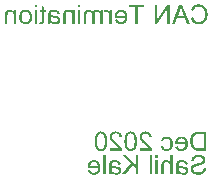
<source format=gbo>
G04*
G04 #@! TF.GenerationSoftware,Altium Limited,Altium Designer,20.2.6 (244)*
G04*
G04 Layer_Color=32896*
%FSLAX25Y25*%
%MOIN*%
G70*
G04*
G04 #@! TF.SameCoordinates,A3A763BF-BF39-4C4F-A36C-E8209A154407*
G04*
G04*
G04 #@! TF.FilePolarity,Positive*
G04*
G01*
G75*
G36*
X26976Y-25268D02*
X27131Y-25285D01*
X27281Y-25307D01*
X27420Y-25335D01*
X27547Y-25374D01*
X27669Y-25413D01*
X27780Y-25457D01*
X27875Y-25501D01*
X27964Y-25546D01*
X28041Y-25590D01*
X28108Y-25629D01*
X28163Y-25668D01*
X28208Y-25696D01*
X28235Y-25718D01*
X28258Y-25735D01*
X28263Y-25740D01*
X28357Y-25835D01*
X28446Y-25934D01*
X28519Y-26040D01*
X28585Y-26156D01*
X28646Y-26267D01*
X28696Y-26384D01*
X28735Y-26495D01*
X28774Y-26606D01*
X28802Y-26711D01*
X28824Y-26806D01*
X28846Y-26895D01*
X28857Y-26967D01*
X28868Y-27028D01*
X28874Y-27078D01*
X28879Y-27105D01*
Y-27117D01*
X28069Y-27200D01*
X28063Y-27089D01*
X28052Y-26989D01*
X28036Y-26889D01*
X28014Y-26800D01*
X27991Y-26717D01*
X27964Y-26639D01*
X27930Y-26567D01*
X27897Y-26500D01*
X27869Y-26445D01*
X27836Y-26395D01*
X27808Y-26356D01*
X27780Y-26317D01*
X27764Y-26290D01*
X27747Y-26273D01*
X27736Y-26262D01*
X27730Y-26256D01*
X27664Y-26195D01*
X27592Y-26145D01*
X27520Y-26095D01*
X27447Y-26057D01*
X27370Y-26023D01*
X27297Y-25995D01*
X27153Y-25957D01*
X27087Y-25940D01*
X27020Y-25929D01*
X26965Y-25923D01*
X26920Y-25918D01*
X26881Y-25912D01*
X26826D01*
X26726Y-25918D01*
X26632Y-25923D01*
X26543Y-25940D01*
X26465Y-25962D01*
X26387Y-25984D01*
X26315Y-26012D01*
X26249Y-26045D01*
X26188Y-26073D01*
X26132Y-26101D01*
X26088Y-26134D01*
X26049Y-26162D01*
X26015Y-26184D01*
X25988Y-26206D01*
X25971Y-26217D01*
X25960Y-26228D01*
X25954Y-26234D01*
X25893Y-26295D01*
X25843Y-26362D01*
X25799Y-26428D01*
X25760Y-26495D01*
X25727Y-26561D01*
X25705Y-26623D01*
X25660Y-26750D01*
X25649Y-26806D01*
X25638Y-26856D01*
X25633Y-26906D01*
X25627Y-26945D01*
X25621Y-26978D01*
Y-27000D01*
Y-27017D01*
Y-27022D01*
X25627Y-27105D01*
X25638Y-27189D01*
X25655Y-27272D01*
X25677Y-27355D01*
X25738Y-27516D01*
X25805Y-27660D01*
X25838Y-27727D01*
X25871Y-27782D01*
X25905Y-27838D01*
X25932Y-27882D01*
X25954Y-27916D01*
X25971Y-27944D01*
X25982Y-27960D01*
X25988Y-27966D01*
X26065Y-28066D01*
X26154Y-28166D01*
X26254Y-28277D01*
X26360Y-28387D01*
X26476Y-28504D01*
X26593Y-28615D01*
X26715Y-28726D01*
X26831Y-28831D01*
X26942Y-28931D01*
X27048Y-29026D01*
X27142Y-29109D01*
X27231Y-29181D01*
X27297Y-29242D01*
X27353Y-29287D01*
X27386Y-29314D01*
X27392Y-29325D01*
X27397D01*
X27520Y-29425D01*
X27636Y-29525D01*
X27742Y-29620D01*
X27841Y-29708D01*
X27930Y-29792D01*
X28019Y-29875D01*
X28091Y-29947D01*
X28163Y-30014D01*
X28224Y-30075D01*
X28274Y-30130D01*
X28319Y-30180D01*
X28357Y-30219D01*
X28385Y-30247D01*
X28407Y-30275D01*
X28419Y-30286D01*
X28424Y-30291D01*
X28546Y-30446D01*
X28652Y-30602D01*
X28746Y-30741D01*
X28813Y-30874D01*
X28846Y-30929D01*
X28868Y-30979D01*
X28890Y-31029D01*
X28907Y-31068D01*
X28924Y-31096D01*
X28935Y-31118D01*
X28940Y-31135D01*
Y-31140D01*
X28974Y-31240D01*
X28996Y-31334D01*
X29013Y-31429D01*
X29024Y-31512D01*
X29029Y-31579D01*
Y-31634D01*
Y-31656D01*
Y-31673D01*
Y-31679D01*
Y-31684D01*
X24800D01*
Y-30929D01*
X27936D01*
X27886Y-30852D01*
X27830Y-30774D01*
X27775Y-30702D01*
X27725Y-30641D01*
X27681Y-30585D01*
X27642Y-30541D01*
X27619Y-30519D01*
X27608Y-30508D01*
X27564Y-30463D01*
X27514Y-30413D01*
X27447Y-30352D01*
X27381Y-30291D01*
X27231Y-30158D01*
X27075Y-30025D01*
X27003Y-29964D01*
X26931Y-29903D01*
X26870Y-29847D01*
X26815Y-29797D01*
X26765Y-29758D01*
X26731Y-29731D01*
X26704Y-29708D01*
X26698Y-29703D01*
X26543Y-29570D01*
X26404Y-29447D01*
X26271Y-29331D01*
X26154Y-29226D01*
X26043Y-29126D01*
X25949Y-29031D01*
X25860Y-28948D01*
X25777Y-28870D01*
X25710Y-28804D01*
X25655Y-28743D01*
X25605Y-28693D01*
X25560Y-28654D01*
X25533Y-28621D01*
X25510Y-28593D01*
X25499Y-28582D01*
X25494Y-28576D01*
X25366Y-28426D01*
X25255Y-28282D01*
X25166Y-28149D01*
X25094Y-28032D01*
X25066Y-27982D01*
X25039Y-27938D01*
X25016Y-27899D01*
X25000Y-27860D01*
X24989Y-27838D01*
X24978Y-27816D01*
X24972Y-27805D01*
Y-27799D01*
X24917Y-27660D01*
X24878Y-27522D01*
X24850Y-27394D01*
X24833Y-27277D01*
X24817Y-27183D01*
Y-27139D01*
X24811Y-27105D01*
Y-27078D01*
Y-27055D01*
Y-27044D01*
Y-27039D01*
X24817Y-26900D01*
X24833Y-26767D01*
X24861Y-26639D01*
X24894Y-26523D01*
X24933Y-26412D01*
X24983Y-26306D01*
X25027Y-26212D01*
X25078Y-26123D01*
X25133Y-26045D01*
X25177Y-25973D01*
X25222Y-25912D01*
X25266Y-25862D01*
X25300Y-25823D01*
X25327Y-25796D01*
X25344Y-25779D01*
X25349Y-25773D01*
X25455Y-25685D01*
X25566Y-25607D01*
X25683Y-25535D01*
X25805Y-25479D01*
X25927Y-25429D01*
X26049Y-25385D01*
X26165Y-25352D01*
X26282Y-25324D01*
X26387Y-25307D01*
X26487Y-25291D01*
X26581Y-25280D01*
X26659Y-25268D01*
X26720D01*
X26770Y-25263D01*
X26809D01*
X26976Y-25268D01*
D02*
G37*
G36*
X17030Y-25268D02*
X17185Y-25285D01*
X17335Y-25307D01*
X17474Y-25335D01*
X17602Y-25374D01*
X17724Y-25413D01*
X17835Y-25457D01*
X17929Y-25501D01*
X18018Y-25546D01*
X18096Y-25590D01*
X18162Y-25629D01*
X18218Y-25668D01*
X18262Y-25696D01*
X18290Y-25718D01*
X18312Y-25735D01*
X18318Y-25740D01*
X18412Y-25835D01*
X18501Y-25934D01*
X18573Y-26040D01*
X18640Y-26156D01*
X18701Y-26267D01*
X18751Y-26384D01*
X18789Y-26495D01*
X18828Y-26606D01*
X18856Y-26711D01*
X18878Y-26806D01*
X18900Y-26895D01*
X18911Y-26967D01*
X18923Y-27028D01*
X18928Y-27078D01*
X18934Y-27105D01*
Y-27117D01*
X18123Y-27200D01*
X18118Y-27089D01*
X18107Y-26989D01*
X18090Y-26889D01*
X18068Y-26800D01*
X18046Y-26717D01*
X18018Y-26639D01*
X17985Y-26567D01*
X17951Y-26500D01*
X17924Y-26445D01*
X17890Y-26395D01*
X17863Y-26356D01*
X17835Y-26317D01*
X17818Y-26290D01*
X17801Y-26273D01*
X17790Y-26262D01*
X17785Y-26256D01*
X17718Y-26195D01*
X17646Y-26145D01*
X17574Y-26095D01*
X17502Y-26057D01*
X17424Y-26023D01*
X17352Y-25995D01*
X17208Y-25957D01*
X17141Y-25940D01*
X17074Y-25929D01*
X17019Y-25923D01*
X16974Y-25918D01*
X16936Y-25912D01*
X16880D01*
X16780Y-25918D01*
X16686Y-25923D01*
X16597Y-25940D01*
X16519Y-25962D01*
X16442Y-25984D01*
X16370Y-26012D01*
X16303Y-26045D01*
X16242Y-26073D01*
X16186Y-26101D01*
X16142Y-26134D01*
X16103Y-26162D01*
X16070Y-26184D01*
X16042Y-26206D01*
X16025Y-26217D01*
X16014Y-26228D01*
X16009Y-26234D01*
X15948Y-26295D01*
X15898Y-26362D01*
X15853Y-26428D01*
X15814Y-26495D01*
X15781Y-26561D01*
X15759Y-26623D01*
X15715Y-26750D01*
X15704Y-26806D01*
X15692Y-26856D01*
X15687Y-26906D01*
X15681Y-26945D01*
X15676Y-26978D01*
Y-27000D01*
Y-27017D01*
Y-27022D01*
X15681Y-27105D01*
X15692Y-27189D01*
X15709Y-27272D01*
X15731Y-27355D01*
X15792Y-27516D01*
X15859Y-27660D01*
X15892Y-27727D01*
X15926Y-27782D01*
X15959Y-27838D01*
X15987Y-27882D01*
X16009Y-27916D01*
X16025Y-27944D01*
X16037Y-27960D01*
X16042Y-27966D01*
X16120Y-28066D01*
X16209Y-28166D01*
X16308Y-28277D01*
X16414Y-28387D01*
X16531Y-28504D01*
X16647Y-28615D01*
X16769Y-28726D01*
X16886Y-28831D01*
X16997Y-28931D01*
X17102Y-29026D01*
X17197Y-29109D01*
X17285Y-29181D01*
X17352Y-29242D01*
X17407Y-29287D01*
X17441Y-29314D01*
X17446Y-29325D01*
X17452D01*
X17574Y-29425D01*
X17691Y-29525D01*
X17796Y-29620D01*
X17896Y-29708D01*
X17985Y-29792D01*
X18073Y-29875D01*
X18146Y-29947D01*
X18218Y-30014D01*
X18279Y-30075D01*
X18329Y-30130D01*
X18373Y-30180D01*
X18412Y-30219D01*
X18440Y-30247D01*
X18462Y-30275D01*
X18473Y-30286D01*
X18479Y-30291D01*
X18601Y-30446D01*
X18706Y-30602D01*
X18801Y-30741D01*
X18867Y-30874D01*
X18900Y-30929D01*
X18923Y-30979D01*
X18945Y-31029D01*
X18961Y-31068D01*
X18978Y-31096D01*
X18989Y-31118D01*
X18995Y-31135D01*
Y-31140D01*
X19028Y-31240D01*
X19050Y-31334D01*
X19067Y-31429D01*
X19078Y-31512D01*
X19083Y-31579D01*
Y-31634D01*
Y-31656D01*
Y-31673D01*
Y-31679D01*
Y-31684D01*
X14854Y-31684D01*
Y-30929D01*
X17990D01*
X17940Y-30852D01*
X17885Y-30774D01*
X17829Y-30702D01*
X17779Y-30641D01*
X17735Y-30585D01*
X17696Y-30541D01*
X17674Y-30519D01*
X17663Y-30508D01*
X17618Y-30463D01*
X17568Y-30413D01*
X17502Y-30352D01*
X17435Y-30291D01*
X17285Y-30158D01*
X17130Y-30025D01*
X17058Y-29964D01*
X16986Y-29903D01*
X16925Y-29847D01*
X16869Y-29797D01*
X16819Y-29758D01*
X16786Y-29731D01*
X16758Y-29708D01*
X16752Y-29703D01*
X16597Y-29570D01*
X16458Y-29447D01*
X16325Y-29331D01*
X16209Y-29226D01*
X16098Y-29126D01*
X16003Y-29031D01*
X15914Y-28948D01*
X15831Y-28870D01*
X15765Y-28804D01*
X15709Y-28743D01*
X15659Y-28693D01*
X15615Y-28654D01*
X15587Y-28621D01*
X15565Y-28593D01*
X15554Y-28582D01*
X15548Y-28576D01*
X15420Y-28426D01*
X15310Y-28282D01*
X15221Y-28149D01*
X15149Y-28032D01*
X15121Y-27982D01*
X15093Y-27938D01*
X15071Y-27899D01*
X15054Y-27860D01*
X15043Y-27838D01*
X15032Y-27816D01*
X15026Y-27805D01*
Y-27799D01*
X14971Y-27660D01*
X14932Y-27522D01*
X14904Y-27394D01*
X14888Y-27277D01*
X14871Y-27183D01*
Y-27139D01*
X14865Y-27105D01*
Y-27078D01*
Y-27055D01*
Y-27044D01*
Y-27039D01*
X14871Y-26900D01*
X14888Y-26767D01*
X14916Y-26639D01*
X14949Y-26523D01*
X14988Y-26412D01*
X15037Y-26306D01*
X15082Y-26212D01*
X15132Y-26123D01*
X15187Y-26045D01*
X15232Y-25973D01*
X15276Y-25912D01*
X15321Y-25862D01*
X15354Y-25823D01*
X15382Y-25796D01*
X15398Y-25779D01*
X15404Y-25773D01*
X15509Y-25685D01*
X15620Y-25607D01*
X15737Y-25535D01*
X15859Y-25479D01*
X15981Y-25429D01*
X16103Y-25385D01*
X16220Y-25352D01*
X16336Y-25324D01*
X16442Y-25307D01*
X16542Y-25291D01*
X16636Y-25280D01*
X16714Y-25268D01*
X16775D01*
X16825Y-25263D01*
X16863D01*
X17030Y-25268D01*
D02*
G37*
G36*
X38919Y-26945D02*
X39086Y-26967D01*
X39241Y-27000D01*
X39391Y-27039D01*
X39530Y-27089D01*
X39657Y-27144D01*
X39779Y-27205D01*
X39885Y-27261D01*
X39979Y-27322D01*
X40062Y-27383D01*
X40135Y-27438D01*
X40196Y-27488D01*
X40246Y-27527D01*
X40279Y-27560D01*
X40301Y-27583D01*
X40307Y-27588D01*
X40412Y-27716D01*
X40507Y-27855D01*
X40584Y-27999D01*
X40651Y-28149D01*
X40712Y-28299D01*
X40762Y-28449D01*
X40801Y-28598D01*
X40828Y-28743D01*
X40856Y-28876D01*
X40873Y-29004D01*
X40889Y-29114D01*
X40895Y-29214D01*
X40900Y-29298D01*
X40906Y-29331D01*
Y-29359D01*
Y-29381D01*
Y-29398D01*
Y-29403D01*
Y-29409D01*
X40900Y-29614D01*
X40878Y-29808D01*
X40851Y-29991D01*
X40812Y-30163D01*
X40767Y-30319D01*
X40717Y-30463D01*
X40662Y-30596D01*
X40606Y-30713D01*
X40551Y-30818D01*
X40501Y-30907D01*
X40451Y-30990D01*
X40407Y-31051D01*
X40368Y-31101D01*
X40340Y-31140D01*
X40318Y-31163D01*
X40312Y-31168D01*
X40196Y-31279D01*
X40074Y-31373D01*
X39940Y-31457D01*
X39813Y-31529D01*
X39674Y-31590D01*
X39541Y-31640D01*
X39413Y-31679D01*
X39285Y-31712D01*
X39163Y-31740D01*
X39058Y-31756D01*
X38958Y-31773D01*
X38869Y-31778D01*
X38803Y-31784D01*
X38747Y-31790D01*
X38703D01*
X38553Y-31784D01*
X38414Y-31773D01*
X38281Y-31756D01*
X38153Y-31729D01*
X38037Y-31701D01*
X37926Y-31668D01*
X37826Y-31629D01*
X37737Y-31595D01*
X37654Y-31556D01*
X37582Y-31523D01*
X37521Y-31490D01*
X37471Y-31462D01*
X37432Y-31434D01*
X37398Y-31418D01*
X37382Y-31407D01*
X37376Y-31401D01*
X37282Y-31323D01*
X37193Y-31240D01*
X37115Y-31151D01*
X37043Y-31063D01*
X36977Y-30968D01*
X36921Y-30874D01*
X36866Y-30785D01*
X36821Y-30696D01*
X36783Y-30613D01*
X36749Y-30541D01*
X36721Y-30469D01*
X36699Y-30408D01*
X36683Y-30358D01*
X36671Y-30324D01*
X36660Y-30297D01*
Y-30291D01*
X37471Y-30186D01*
X37504Y-30275D01*
X37543Y-30363D01*
X37582Y-30441D01*
X37620Y-30513D01*
X37665Y-30580D01*
X37704Y-30641D01*
X37743Y-30691D01*
X37782Y-30741D01*
X37820Y-30785D01*
X37854Y-30818D01*
X37881Y-30852D01*
X37909Y-30874D01*
X37931Y-30896D01*
X37942Y-30907D01*
X37953Y-30913D01*
X37959Y-30918D01*
X38076Y-30996D01*
X38203Y-31051D01*
X38325Y-31090D01*
X38442Y-31118D01*
X38542Y-31135D01*
X38586Y-31140D01*
X38625D01*
X38653Y-31146D01*
X38697D01*
X38803Y-31140D01*
X38903Y-31129D01*
X39002Y-31107D01*
X39091Y-31085D01*
X39180Y-31051D01*
X39258Y-31018D01*
X39330Y-30979D01*
X39397Y-30940D01*
X39457Y-30907D01*
X39513Y-30868D01*
X39557Y-30835D01*
X39596Y-30802D01*
X39630Y-30779D01*
X39652Y-30757D01*
X39663Y-30746D01*
X39669Y-30741D01*
X39735Y-30663D01*
X39796Y-30574D01*
X39852Y-30480D01*
X39902Y-30386D01*
X39940Y-30286D01*
X39974Y-30191D01*
X40029Y-30002D01*
X40046Y-29914D01*
X40062Y-29831D01*
X40074Y-29753D01*
X40085Y-29692D01*
X40090Y-29636D01*
X40096Y-29597D01*
Y-29575D01*
Y-29564D01*
X36638D01*
Y-29514D01*
X36633Y-29475D01*
Y-29436D01*
Y-29409D01*
Y-29386D01*
Y-29370D01*
Y-29364D01*
Y-29359D01*
X36638Y-29148D01*
X36660Y-28954D01*
X36688Y-28765D01*
X36727Y-28593D01*
X36771Y-28437D01*
X36821Y-28288D01*
X36871Y-28154D01*
X36927Y-28038D01*
X36982Y-27932D01*
X37038Y-27838D01*
X37088Y-27760D01*
X37132Y-27694D01*
X37171Y-27644D01*
X37199Y-27605D01*
X37221Y-27583D01*
X37226Y-27577D01*
X37343Y-27466D01*
X37460Y-27366D01*
X37587Y-27283D01*
X37709Y-27205D01*
X37837Y-27144D01*
X37965Y-27094D01*
X38087Y-27050D01*
X38203Y-27017D01*
X38314Y-26994D01*
X38420Y-26972D01*
X38508Y-26956D01*
X38586Y-26950D01*
X38653Y-26945D01*
X38703Y-26939D01*
X38742D01*
X38919Y-26945D01*
D02*
G37*
G36*
X33907D02*
X34018Y-26950D01*
X34224Y-26983D01*
X34318Y-27005D01*
X34413Y-27028D01*
X34496Y-27055D01*
X34574Y-27078D01*
X34651Y-27105D01*
X34712Y-27133D01*
X34768Y-27155D01*
X34818Y-27178D01*
X34857Y-27194D01*
X34884Y-27211D01*
X34901Y-27216D01*
X34907Y-27222D01*
X35001Y-27277D01*
X35084Y-27338D01*
X35167Y-27405D01*
X35240Y-27472D01*
X35312Y-27544D01*
X35373Y-27616D01*
X35428Y-27683D01*
X35478Y-27755D01*
X35523Y-27816D01*
X35561Y-27877D01*
X35595Y-27932D01*
X35617Y-27977D01*
X35639Y-28016D01*
X35656Y-28043D01*
X35661Y-28066D01*
X35667Y-28071D01*
X35711Y-28177D01*
X35745Y-28288D01*
X35806Y-28515D01*
X35850Y-28732D01*
X35867Y-28837D01*
X35878Y-28937D01*
X35889Y-29031D01*
X35900Y-29120D01*
X35906Y-29192D01*
Y-29259D01*
X35911Y-29314D01*
Y-29353D01*
Y-29375D01*
Y-29386D01*
X35906Y-29597D01*
X35883Y-29797D01*
X35856Y-29980D01*
X35822Y-30152D01*
X35778Y-30313D01*
X35728Y-30458D01*
X35678Y-30591D01*
X35623Y-30713D01*
X35567Y-30818D01*
X35517Y-30913D01*
X35467Y-30990D01*
X35423Y-31051D01*
X35389Y-31101D01*
X35356Y-31140D01*
X35339Y-31163D01*
X35334Y-31168D01*
X35223Y-31279D01*
X35101Y-31373D01*
X34979Y-31457D01*
X34851Y-31529D01*
X34723Y-31590D01*
X34596Y-31640D01*
X34474Y-31679D01*
X34352Y-31712D01*
X34241Y-31740D01*
X34135Y-31756D01*
X34041Y-31773D01*
X33957Y-31778D01*
X33896Y-31784D01*
X33847Y-31790D01*
X33802D01*
X33663Y-31784D01*
X33530Y-31767D01*
X33402Y-31745D01*
X33280Y-31718D01*
X33169Y-31684D01*
X33064Y-31645D01*
X32964Y-31607D01*
X32875Y-31562D01*
X32798Y-31523D01*
X32725Y-31484D01*
X32664Y-31446D01*
X32614Y-31412D01*
X32576Y-31379D01*
X32542Y-31357D01*
X32526Y-31346D01*
X32520Y-31340D01*
X32426Y-31251D01*
X32342Y-31157D01*
X32265Y-31057D01*
X32198Y-30957D01*
X32137Y-30852D01*
X32087Y-30746D01*
X32037Y-30646D01*
X31998Y-30546D01*
X31965Y-30452D01*
X31937Y-30369D01*
X31915Y-30291D01*
X31898Y-30224D01*
X31887Y-30169D01*
X31876Y-30125D01*
X31871Y-30102D01*
Y-30091D01*
X32642Y-29986D01*
X32659Y-30091D01*
X32681Y-30191D01*
X32709Y-30286D01*
X32737Y-30374D01*
X32770Y-30452D01*
X32803Y-30524D01*
X32836Y-30591D01*
X32870Y-30646D01*
X32903Y-30696D01*
X32931Y-30741D01*
X32964Y-30779D01*
X32986Y-30807D01*
X33008Y-30835D01*
X33025Y-30852D01*
X33031Y-30857D01*
X33036Y-30863D01*
X33097Y-30913D01*
X33158Y-30957D01*
X33225Y-30996D01*
X33286Y-31024D01*
X33419Y-31079D01*
X33541Y-31113D01*
X33647Y-31129D01*
X33697Y-31135D01*
X33735Y-31140D01*
X33769Y-31146D01*
X33813D01*
X33919Y-31140D01*
X34018Y-31129D01*
X34113Y-31107D01*
X34202Y-31079D01*
X34285Y-31046D01*
X34357Y-31013D01*
X34429Y-30974D01*
X34496Y-30935D01*
X34551Y-30896D01*
X34601Y-30857D01*
X34646Y-30824D01*
X34679Y-30791D01*
X34707Y-30763D01*
X34729Y-30741D01*
X34740Y-30730D01*
X34746Y-30724D01*
X34807Y-30641D01*
X34862Y-30541D01*
X34912Y-30441D01*
X34951Y-30330D01*
X34984Y-30219D01*
X35012Y-30108D01*
X35056Y-29886D01*
X35073Y-29781D01*
X35084Y-29681D01*
X35090Y-29592D01*
X35095Y-29514D01*
X35101Y-29453D01*
Y-29403D01*
Y-29375D01*
Y-29364D01*
X35095Y-29198D01*
X35084Y-29042D01*
X35067Y-28892D01*
X35045Y-28759D01*
X35017Y-28637D01*
X34984Y-28526D01*
X34951Y-28426D01*
X34918Y-28337D01*
X34884Y-28260D01*
X34851Y-28193D01*
X34818Y-28138D01*
X34790Y-28093D01*
X34768Y-28054D01*
X34751Y-28032D01*
X34740Y-28016D01*
X34734Y-28010D01*
X34662Y-27932D01*
X34585Y-27871D01*
X34507Y-27810D01*
X34429Y-27760D01*
X34346Y-27722D01*
X34263Y-27688D01*
X34185Y-27660D01*
X34113Y-27638D01*
X34041Y-27616D01*
X33974Y-27605D01*
X33919Y-27594D01*
X33869Y-27588D01*
X33824Y-27583D01*
X33697D01*
X33625Y-27594D01*
X33497Y-27622D01*
X33380Y-27660D01*
X33286Y-27699D01*
X33208Y-27744D01*
X33175Y-27766D01*
X33147Y-27782D01*
X33125Y-27799D01*
X33108Y-27810D01*
X33103Y-27816D01*
X33097Y-27821D01*
X33003Y-27921D01*
X32920Y-28032D01*
X32853Y-28149D01*
X32798Y-28265D01*
X32759Y-28365D01*
X32742Y-28410D01*
X32731Y-28449D01*
X32720Y-28482D01*
X32714Y-28504D01*
X32709Y-28521D01*
Y-28526D01*
X31943Y-28410D01*
X31971Y-28282D01*
X32009Y-28160D01*
X32054Y-28049D01*
X32098Y-27944D01*
X32148Y-27849D01*
X32198Y-27760D01*
X32254Y-27677D01*
X32304Y-27605D01*
X32354Y-27544D01*
X32403Y-27483D01*
X32448Y-27438D01*
X32487Y-27400D01*
X32520Y-27366D01*
X32542Y-27344D01*
X32559Y-27333D01*
X32564Y-27327D01*
X32659Y-27261D01*
X32753Y-27200D01*
X32853Y-27150D01*
X32958Y-27100D01*
X33064Y-27067D01*
X33164Y-27033D01*
X33264Y-27005D01*
X33358Y-26989D01*
X33447Y-26972D01*
X33530Y-26961D01*
X33608Y-26950D01*
X33669Y-26945D01*
X33724Y-26939D01*
X33797D01*
X33907Y-26945D01*
D02*
G37*
G36*
X47000Y-31684D02*
X44697D01*
X44486Y-31679D01*
X44292Y-31668D01*
X44203Y-31662D01*
X44114Y-31651D01*
X44036Y-31640D01*
X43964Y-31629D01*
X43898Y-31623D01*
X43842Y-31612D01*
X43792Y-31601D01*
X43748Y-31595D01*
X43714Y-31590D01*
X43692Y-31584D01*
X43676Y-31579D01*
X43670D01*
X43509Y-31534D01*
X43359Y-31479D01*
X43231Y-31429D01*
X43121Y-31373D01*
X43071Y-31351D01*
X43026Y-31329D01*
X42993Y-31307D01*
X42960Y-31290D01*
X42937Y-31279D01*
X42921Y-31268D01*
X42910Y-31257D01*
X42904D01*
X42788Y-31174D01*
X42682Y-31079D01*
X42582Y-30979D01*
X42493Y-30891D01*
X42421Y-30807D01*
X42366Y-30741D01*
X42349Y-30713D01*
X42333Y-30696D01*
X42327Y-30685D01*
X42321Y-30680D01*
X42227Y-30535D01*
X42138Y-30374D01*
X42066Y-30219D01*
X42000Y-30075D01*
X41977Y-30008D01*
X41949Y-29941D01*
X41933Y-29886D01*
X41916Y-29842D01*
X41899Y-29803D01*
X41888Y-29769D01*
X41883Y-29753D01*
Y-29747D01*
X41827Y-29531D01*
X41783Y-29309D01*
X41755Y-29087D01*
X41739Y-28987D01*
X41733Y-28887D01*
X41728Y-28798D01*
X41722Y-28715D01*
X41716Y-28637D01*
X41711Y-28576D01*
Y-28526D01*
Y-28487D01*
Y-28460D01*
Y-28454D01*
Y-28299D01*
X41722Y-28143D01*
X41733Y-27993D01*
X41750Y-27855D01*
X41772Y-27722D01*
X41794Y-27599D01*
X41816Y-27483D01*
X41838Y-27372D01*
X41861Y-27277D01*
X41883Y-27189D01*
X41905Y-27117D01*
X41927Y-27050D01*
X41944Y-27000D01*
X41955Y-26961D01*
X41961Y-26939D01*
X41966Y-26933D01*
X42016Y-26811D01*
X42072Y-26695D01*
X42127Y-26584D01*
X42188Y-26484D01*
X42249Y-26384D01*
X42316Y-26295D01*
X42377Y-26212D01*
X42438Y-26134D01*
X42493Y-26068D01*
X42549Y-26012D01*
X42593Y-25957D01*
X42638Y-25918D01*
X42671Y-25884D01*
X42699Y-25862D01*
X42715Y-25846D01*
X42721Y-25840D01*
X42871Y-25723D01*
X43032Y-25629D01*
X43187Y-25546D01*
X43337Y-25485D01*
X43404Y-25457D01*
X43465Y-25435D01*
X43520Y-25418D01*
X43565Y-25402D01*
X43603Y-25390D01*
X43637Y-25385D01*
X43653Y-25379D01*
X43659D01*
X43737Y-25363D01*
X43820Y-25346D01*
X44003Y-25324D01*
X44192Y-25307D01*
X44375Y-25296D01*
X44464Y-25291D01*
X44541D01*
X44614Y-25285D01*
X47000D01*
Y-31684D01*
D02*
G37*
G36*
X21997Y-25268D02*
X22119Y-25280D01*
X22236Y-25296D01*
X22347Y-25324D01*
X22447Y-25352D01*
X22541Y-25379D01*
X22630Y-25418D01*
X22713Y-25451D01*
X22785Y-25485D01*
X22846Y-25518D01*
X22902Y-25551D01*
X22946Y-25579D01*
X22980Y-25607D01*
X23007Y-25624D01*
X23024Y-25635D01*
X23030Y-25640D01*
X23113Y-25712D01*
X23190Y-25790D01*
X23335Y-25962D01*
X23451Y-26140D01*
X23551Y-26312D01*
X23590Y-26395D01*
X23623Y-26467D01*
X23657Y-26534D01*
X23679Y-26589D01*
X23701Y-26639D01*
X23712Y-26673D01*
X23718Y-26700D01*
X23723Y-26706D01*
X23762Y-26839D01*
X23801Y-26983D01*
X23829Y-27133D01*
X23856Y-27283D01*
X23901Y-27588D01*
X23912Y-27738D01*
X23929Y-27877D01*
X23934Y-28016D01*
X23945Y-28138D01*
X23951Y-28249D01*
Y-28343D01*
X23956Y-28421D01*
Y-28482D01*
Y-28504D01*
Y-28521D01*
Y-28526D01*
Y-28532D01*
Y-28698D01*
X23951Y-28859D01*
X23940Y-29009D01*
X23929Y-29159D01*
X23912Y-29303D01*
X23895Y-29442D01*
X23879Y-29570D01*
X23856Y-29697D01*
X23812Y-29930D01*
X23757Y-30147D01*
X23701Y-30336D01*
X23640Y-30508D01*
X23579Y-30657D01*
X23524Y-30785D01*
X23468Y-30891D01*
X23424Y-30979D01*
X23379Y-31046D01*
X23351Y-31096D01*
X23329Y-31124D01*
X23324Y-31135D01*
X23218Y-31251D01*
X23107Y-31351D01*
X22996Y-31440D01*
X22874Y-31512D01*
X22752Y-31579D01*
X22630Y-31629D01*
X22513Y-31673D01*
X22397Y-31706D01*
X22291Y-31734D01*
X22192Y-31756D01*
X22103Y-31767D01*
X22025Y-31778D01*
X21958Y-31784D01*
X21908Y-31790D01*
X21870D01*
X21742Y-31784D01*
X21620Y-31773D01*
X21503Y-31756D01*
X21392Y-31729D01*
X21292Y-31701D01*
X21192Y-31673D01*
X21109Y-31640D01*
X21026Y-31601D01*
X20954Y-31568D01*
X20893Y-31534D01*
X20837Y-31507D01*
X20793Y-31473D01*
X20754Y-31451D01*
X20732Y-31434D01*
X20715Y-31423D01*
X20710Y-31418D01*
X20626Y-31346D01*
X20549Y-31262D01*
X20404Y-31090D01*
X20288Y-30913D01*
X20188Y-30741D01*
X20149Y-30663D01*
X20116Y-30591D01*
X20083Y-30524D01*
X20060Y-30463D01*
X20038Y-30419D01*
X20027Y-30380D01*
X20016Y-30358D01*
Y-30352D01*
X19977Y-30219D01*
X19938Y-30075D01*
X19905Y-29925D01*
X19883Y-29775D01*
X19838Y-29470D01*
X19822Y-29325D01*
X19811Y-29181D01*
X19799Y-29048D01*
X19794Y-28926D01*
X19788Y-28815D01*
Y-28721D01*
X19783Y-28643D01*
Y-28582D01*
Y-28559D01*
Y-28543D01*
Y-28537D01*
Y-28532D01*
Y-28360D01*
X19788Y-28193D01*
X19794Y-28038D01*
X19805Y-27893D01*
X19816Y-27760D01*
X19827Y-27638D01*
X19844Y-27522D01*
X19855Y-27422D01*
X19866Y-27327D01*
X19883Y-27250D01*
X19894Y-27183D01*
X19905Y-27122D01*
X19916Y-27078D01*
X19921Y-27050D01*
X19927Y-27028D01*
Y-27022D01*
X19988Y-26822D01*
X20049Y-26639D01*
X20083Y-26556D01*
X20116Y-26473D01*
X20149Y-26401D01*
X20182Y-26340D01*
X20210Y-26278D01*
X20238Y-26223D01*
X20266Y-26179D01*
X20282Y-26140D01*
X20304Y-26112D01*
X20316Y-26090D01*
X20321Y-26079D01*
X20327Y-26073D01*
X20427Y-25934D01*
X20532Y-25812D01*
X20638Y-25712D01*
X20743Y-25624D01*
X20832Y-25557D01*
X20871Y-25535D01*
X20904Y-25513D01*
X20932Y-25496D01*
X20954Y-25485D01*
X20965Y-25474D01*
X20970D01*
X21120Y-25402D01*
X21276Y-25352D01*
X21426Y-25313D01*
X21564Y-25291D01*
X21631Y-25280D01*
X21686Y-25274D01*
X21736Y-25268D01*
X21781D01*
X21820Y-25263D01*
X21870D01*
X21997Y-25268D01*
D02*
G37*
G36*
X12052Y-25268D02*
X12174Y-25280D01*
X12290Y-25296D01*
X12401Y-25324D01*
X12501Y-25352D01*
X12596Y-25379D01*
X12684Y-25418D01*
X12768Y-25451D01*
X12840Y-25485D01*
X12901Y-25518D01*
X12956Y-25551D01*
X13001Y-25579D01*
X13034Y-25607D01*
X13062Y-25624D01*
X13078Y-25635D01*
X13084Y-25640D01*
X13167Y-25712D01*
X13245Y-25790D01*
X13389Y-25962D01*
X13506Y-26140D01*
X13606Y-26312D01*
X13645Y-26395D01*
X13678Y-26467D01*
X13711Y-26534D01*
X13733Y-26589D01*
X13756Y-26639D01*
X13767Y-26673D01*
X13772Y-26700D01*
X13778Y-26706D01*
X13817Y-26839D01*
X13855Y-26983D01*
X13883Y-27133D01*
X13911Y-27283D01*
X13955Y-27588D01*
X13966Y-27738D01*
X13983Y-27877D01*
X13989Y-28016D01*
X14000Y-28138D01*
X14005Y-28249D01*
Y-28343D01*
X14011Y-28421D01*
Y-28482D01*
Y-28504D01*
Y-28521D01*
Y-28526D01*
Y-28532D01*
Y-28698D01*
X14005Y-28859D01*
X13994Y-29009D01*
X13983Y-29159D01*
X13966Y-29303D01*
X13950Y-29442D01*
X13933Y-29570D01*
X13911Y-29697D01*
X13867Y-29930D01*
X13811Y-30147D01*
X13756Y-30336D01*
X13694Y-30508D01*
X13633Y-30657D01*
X13578Y-30785D01*
X13522Y-30891D01*
X13478Y-30979D01*
X13434Y-31046D01*
X13406Y-31096D01*
X13384Y-31124D01*
X13378Y-31135D01*
X13273Y-31251D01*
X13162Y-31351D01*
X13051Y-31440D01*
X12929Y-31512D01*
X12807Y-31579D01*
X12684Y-31629D01*
X12568Y-31673D01*
X12451Y-31706D01*
X12346Y-31734D01*
X12246Y-31756D01*
X12157Y-31767D01*
X12079Y-31778D01*
X12013Y-31784D01*
X11963Y-31790D01*
X11924D01*
X11796Y-31784D01*
X11674Y-31773D01*
X11558Y-31756D01*
X11447Y-31729D01*
X11347Y-31701D01*
X11247Y-31673D01*
X11164Y-31640D01*
X11080Y-31601D01*
X11008Y-31568D01*
X10947Y-31534D01*
X10892Y-31507D01*
X10847Y-31473D01*
X10808Y-31451D01*
X10786Y-31434D01*
X10770Y-31423D01*
X10764Y-31418D01*
X10681Y-31346D01*
X10603Y-31262D01*
X10459Y-31090D01*
X10342Y-30913D01*
X10242Y-30741D01*
X10204Y-30663D01*
X10170Y-30591D01*
X10137Y-30524D01*
X10115Y-30463D01*
X10092Y-30419D01*
X10081Y-30380D01*
X10070Y-30358D01*
Y-30352D01*
X10031Y-30219D01*
X9993Y-30075D01*
X9959Y-29925D01*
X9937Y-29775D01*
X9893Y-29470D01*
X9876Y-29325D01*
X9865Y-29181D01*
X9854Y-29048D01*
X9848Y-28926D01*
X9843Y-28815D01*
Y-28721D01*
X9837Y-28643D01*
Y-28582D01*
Y-28559D01*
Y-28543D01*
Y-28537D01*
Y-28532D01*
Y-28360D01*
X9843Y-28193D01*
X9848Y-28038D01*
X9859Y-27893D01*
X9871Y-27760D01*
X9882Y-27638D01*
X9898Y-27522D01*
X9909Y-27422D01*
X9920Y-27327D01*
X9937Y-27250D01*
X9948Y-27183D01*
X9959Y-27122D01*
X9970Y-27078D01*
X9976Y-27050D01*
X9982Y-27028D01*
Y-27022D01*
X10042Y-26822D01*
X10104Y-26639D01*
X10137Y-26556D01*
X10170Y-26473D01*
X10204Y-26401D01*
X10237Y-26340D01*
X10265Y-26278D01*
X10292Y-26223D01*
X10320Y-26179D01*
X10337Y-26140D01*
X10359Y-26112D01*
X10370Y-26090D01*
X10375Y-26079D01*
X10381Y-26073D01*
X10481Y-25934D01*
X10587Y-25812D01*
X10692Y-25712D01*
X10797Y-25624D01*
X10886Y-25557D01*
X10925Y-25535D01*
X10958Y-25513D01*
X10986Y-25496D01*
X11008Y-25485D01*
X11019Y-25474D01*
X11025D01*
X11175Y-25402D01*
X11330Y-25352D01*
X11480Y-25313D01*
X11619Y-25291D01*
X11685Y-25280D01*
X11741Y-25274D01*
X11791Y-25268D01*
X11835D01*
X11874Y-25263D01*
X11924D01*
X12052Y-25268D01*
D02*
G37*
G36*
X30894Y-34085D02*
X30106D01*
Y-33180D01*
X30894D01*
Y-34085D01*
D02*
G37*
G36*
X35872Y-39580D02*
X35084D01*
Y-37043D01*
Y-36943D01*
X35079Y-36849D01*
X35073Y-36760D01*
X35062Y-36683D01*
X35056Y-36605D01*
X35045Y-36533D01*
X35034Y-36472D01*
X35017Y-36410D01*
X35006Y-36361D01*
X34995Y-36316D01*
X34984Y-36277D01*
X34979Y-36244D01*
X34968Y-36222D01*
X34962Y-36205D01*
X34956Y-36194D01*
Y-36189D01*
X34901Y-36077D01*
X34829Y-35978D01*
X34757Y-35894D01*
X34685Y-35822D01*
X34624Y-35767D01*
X34568Y-35728D01*
X34546Y-35711D01*
X34529Y-35700D01*
X34524Y-35695D01*
X34518D01*
X34402Y-35634D01*
X34285Y-35589D01*
X34174Y-35556D01*
X34074Y-35534D01*
X33991Y-35522D01*
X33952Y-35517D01*
X33924Y-35511D01*
X33863D01*
X33774Y-35517D01*
X33697Y-35522D01*
X33552Y-35556D01*
X33425Y-35595D01*
X33325Y-35645D01*
X33280Y-35672D01*
X33242Y-35695D01*
X33208Y-35722D01*
X33180Y-35739D01*
X33164Y-35756D01*
X33147Y-35772D01*
X33142Y-35778D01*
X33136Y-35783D01*
X33092Y-35839D01*
X33053Y-35894D01*
X32986Y-36028D01*
X32942Y-36172D01*
X32914Y-36311D01*
X32903Y-36377D01*
X32892Y-36444D01*
X32886Y-36499D01*
Y-36544D01*
X32881Y-36588D01*
Y-36616D01*
Y-36638D01*
Y-36644D01*
Y-39580D01*
X32093D01*
Y-36644D01*
Y-36522D01*
X32098Y-36405D01*
X32109Y-36294D01*
X32120Y-36194D01*
X32131Y-36100D01*
X32143Y-36016D01*
X32159Y-35939D01*
X32176Y-35867D01*
X32193Y-35806D01*
X32204Y-35756D01*
X32220Y-35711D01*
X32232Y-35672D01*
X32243Y-35645D01*
X32254Y-35622D01*
X32259Y-35611D01*
Y-35606D01*
X32331Y-35478D01*
X32415Y-35367D01*
X32503Y-35267D01*
X32592Y-35190D01*
X32675Y-35123D01*
X32742Y-35078D01*
X32764Y-35062D01*
X32787Y-35051D01*
X32798Y-35040D01*
X32803D01*
X32947Y-34973D01*
X33103Y-34923D01*
X33253Y-34884D01*
X33391Y-34862D01*
X33452Y-34851D01*
X33514Y-34845D01*
X33564Y-34840D01*
X33608D01*
X33647Y-34834D01*
X33697D01*
X33852Y-34840D01*
X33996Y-34862D01*
X34135Y-34895D01*
X34268Y-34934D01*
X34390Y-34984D01*
X34501Y-35034D01*
X34607Y-35095D01*
X34707Y-35151D01*
X34790Y-35212D01*
X34868Y-35273D01*
X34929Y-35323D01*
X34984Y-35373D01*
X35029Y-35412D01*
X35056Y-35445D01*
X35079Y-35467D01*
X35084Y-35473D01*
Y-33180D01*
X35872D01*
Y-39580D01*
D02*
G37*
G36*
X24373D02*
X23524D01*
Y-37360D01*
X22480Y-36349D01*
X20205Y-39580D01*
X19083D01*
X21886Y-35778D01*
X19200Y-33180D01*
X20349D01*
X23524Y-36355D01*
Y-33180D01*
X24373D01*
Y-39580D01*
D02*
G37*
G36*
X39102Y-34840D02*
X39302Y-34862D01*
X39397Y-34873D01*
X39485Y-34884D01*
X39563Y-34901D01*
X39635Y-34918D01*
X39707Y-34934D01*
X39763Y-34945D01*
X39818Y-34962D01*
X39857Y-34973D01*
X39896Y-34984D01*
X39918Y-34995D01*
X39935Y-35001D01*
X39940D01*
X40101Y-35067D01*
X40240Y-35140D01*
X40362Y-35217D01*
X40462Y-35295D01*
X40540Y-35362D01*
X40595Y-35417D01*
X40612Y-35439D01*
X40629Y-35456D01*
X40634Y-35462D01*
X40640Y-35467D01*
X40723Y-35589D01*
X40795Y-35722D01*
X40851Y-35850D01*
X40900Y-35978D01*
X40934Y-36089D01*
X40945Y-36139D01*
X40956Y-36177D01*
X40967Y-36211D01*
X40973Y-36239D01*
X40978Y-36255D01*
Y-36261D01*
X40212Y-36366D01*
X40190Y-36277D01*
X40162Y-36194D01*
X40129Y-36122D01*
X40101Y-36055D01*
X40068Y-35989D01*
X40035Y-35933D01*
X40001Y-35883D01*
X39974Y-35839D01*
X39940Y-35806D01*
X39913Y-35772D01*
X39868Y-35722D01*
X39835Y-35695D01*
X39829Y-35684D01*
X39824D01*
X39768Y-35650D01*
X39713Y-35617D01*
X39585Y-35567D01*
X39446Y-35534D01*
X39313Y-35506D01*
X39252Y-35500D01*
X39191Y-35495D01*
X39141Y-35489D01*
X39091D01*
X39058Y-35484D01*
X39002D01*
X38891Y-35489D01*
X38792Y-35495D01*
X38697Y-35506D01*
X38608Y-35528D01*
X38531Y-35545D01*
X38453Y-35567D01*
X38386Y-35595D01*
X38325Y-35617D01*
X38275Y-35645D01*
X38231Y-35667D01*
X38192Y-35695D01*
X38159Y-35711D01*
X38137Y-35728D01*
X38114Y-35745D01*
X38109Y-35750D01*
X38103Y-35756D01*
X38065Y-35794D01*
X38026Y-35839D01*
X37970Y-35944D01*
X37931Y-36055D01*
X37904Y-36166D01*
X37887Y-36266D01*
X37881Y-36311D01*
Y-36349D01*
X37876Y-36383D01*
Y-36405D01*
Y-36422D01*
Y-36427D01*
Y-36449D01*
Y-36477D01*
Y-36544D01*
X37881Y-36577D01*
Y-36605D01*
Y-36627D01*
Y-36632D01*
X37970Y-36660D01*
X38070Y-36688D01*
X38175Y-36716D01*
X38292Y-36744D01*
X38525Y-36788D01*
X38753Y-36827D01*
X38858Y-36843D01*
X38958Y-36860D01*
X39052Y-36871D01*
X39130Y-36882D01*
X39197Y-36893D01*
X39241Y-36899D01*
X39274Y-36904D01*
X39285D01*
X39446Y-36927D01*
X39591Y-36949D01*
X39713Y-36971D01*
X39807Y-36988D01*
X39885Y-37004D01*
X39940Y-37016D01*
X39974Y-37021D01*
X39985Y-37027D01*
X40101Y-37060D01*
X40207Y-37099D01*
X40307Y-37143D01*
X40390Y-37187D01*
X40457Y-37221D01*
X40512Y-37254D01*
X40545Y-37276D01*
X40551Y-37282D01*
X40556D01*
X40645Y-37348D01*
X40723Y-37426D01*
X40795Y-37504D01*
X40851Y-37576D01*
X40900Y-37637D01*
X40934Y-37693D01*
X40956Y-37726D01*
X40962Y-37731D01*
Y-37737D01*
X41012Y-37842D01*
X41050Y-37953D01*
X41073Y-38053D01*
X41095Y-38153D01*
X41106Y-38236D01*
Y-38270D01*
X41111Y-38298D01*
Y-38325D01*
Y-38342D01*
Y-38353D01*
Y-38359D01*
X41106Y-38464D01*
X41095Y-38570D01*
X41073Y-38664D01*
X41045Y-38753D01*
X41017Y-38836D01*
X40984Y-38919D01*
X40945Y-38991D01*
X40906Y-39052D01*
X40867Y-39113D01*
X40828Y-39163D01*
X40795Y-39208D01*
X40767Y-39247D01*
X40740Y-39274D01*
X40717Y-39296D01*
X40706Y-39308D01*
X40701Y-39313D01*
X40617Y-39380D01*
X40534Y-39435D01*
X40440Y-39485D01*
X40345Y-39530D01*
X40246Y-39563D01*
X40151Y-39596D01*
X39963Y-39641D01*
X39874Y-39652D01*
X39791Y-39663D01*
X39718Y-39674D01*
X39657Y-39680D01*
X39602Y-39685D01*
X39530D01*
X39358Y-39680D01*
X39197Y-39663D01*
X39047Y-39635D01*
X38919Y-39607D01*
X38864Y-39596D01*
X38808Y-39585D01*
X38764Y-39568D01*
X38730Y-39557D01*
X38697Y-39546D01*
X38675Y-39541D01*
X38664Y-39535D01*
X38658D01*
X38503Y-39469D01*
X38353Y-39385D01*
X38214Y-39302D01*
X38087Y-39213D01*
X38026Y-39174D01*
X37976Y-39136D01*
X37931Y-39097D01*
X37887Y-39069D01*
X37859Y-39041D01*
X37837Y-39025D01*
X37820Y-39013D01*
X37815Y-39008D01*
X37798Y-39125D01*
X37776Y-39235D01*
X37748Y-39330D01*
X37726Y-39419D01*
X37698Y-39485D01*
X37676Y-39535D01*
X37665Y-39568D01*
X37659Y-39574D01*
Y-39580D01*
X36838D01*
X36888Y-39480D01*
X36932Y-39380D01*
X36966Y-39285D01*
X36993Y-39202D01*
X37016Y-39130D01*
X37027Y-39075D01*
X37032Y-39052D01*
X37038Y-39036D01*
Y-39030D01*
Y-39025D01*
X37049Y-38963D01*
X37054Y-38880D01*
X37060Y-38791D01*
X37066Y-38686D01*
X37071Y-38575D01*
X37077Y-38458D01*
X37082Y-38220D01*
Y-38109D01*
Y-37998D01*
X37088Y-37898D01*
Y-37815D01*
Y-37742D01*
Y-37687D01*
Y-37665D01*
Y-37648D01*
Y-37643D01*
Y-37637D01*
Y-36588D01*
Y-36494D01*
Y-36405D01*
X37093Y-36327D01*
Y-36250D01*
X37099Y-36183D01*
Y-36127D01*
X37104Y-36072D01*
X37110Y-36028D01*
X37115Y-35989D01*
Y-35950D01*
X37121Y-35922D01*
X37126Y-35900D01*
X37132Y-35872D01*
Y-35861D01*
X37160Y-35745D01*
X37199Y-35639D01*
X37238Y-35550D01*
X37276Y-35473D01*
X37315Y-35412D01*
X37349Y-35367D01*
X37371Y-35339D01*
X37376Y-35328D01*
X37448Y-35251D01*
X37532Y-35184D01*
X37626Y-35123D01*
X37715Y-35073D01*
X37793Y-35034D01*
X37859Y-35001D01*
X37887Y-34995D01*
X37904Y-34984D01*
X37915Y-34979D01*
X37920D01*
X38070Y-34929D01*
X38225Y-34895D01*
X38386Y-34868D01*
X38542Y-34851D01*
X38614Y-34845D01*
X38680Y-34840D01*
X38736D01*
X38786Y-34834D01*
X38886D01*
X39102Y-34840D01*
D02*
G37*
G36*
X16730Y-34840D02*
X16930Y-34862D01*
X17024Y-34873D01*
X17113Y-34884D01*
X17191Y-34901D01*
X17263Y-34918D01*
X17335Y-34934D01*
X17391Y-34945D01*
X17446Y-34962D01*
X17485Y-34973D01*
X17524Y-34984D01*
X17546Y-34995D01*
X17563Y-35001D01*
X17568D01*
X17729Y-35067D01*
X17868Y-35140D01*
X17990Y-35217D01*
X18090Y-35295D01*
X18168Y-35362D01*
X18223Y-35417D01*
X18240Y-35439D01*
X18257Y-35456D01*
X18262Y-35462D01*
X18268Y-35467D01*
X18351Y-35589D01*
X18423Y-35722D01*
X18479Y-35850D01*
X18529Y-35978D01*
X18562Y-36089D01*
X18573Y-36139D01*
X18584Y-36177D01*
X18595Y-36211D01*
X18601Y-36239D01*
X18606Y-36255D01*
Y-36261D01*
X17840Y-36366D01*
X17818Y-36277D01*
X17790Y-36194D01*
X17757Y-36122D01*
X17729Y-36055D01*
X17696Y-35989D01*
X17663Y-35933D01*
X17629Y-35883D01*
X17602Y-35839D01*
X17568Y-35806D01*
X17541Y-35772D01*
X17496Y-35722D01*
X17463Y-35695D01*
X17457Y-35684D01*
X17452D01*
X17396Y-35650D01*
X17341Y-35617D01*
X17213Y-35567D01*
X17074Y-35534D01*
X16941Y-35506D01*
X16880Y-35500D01*
X16819Y-35495D01*
X16769Y-35489D01*
X16719D01*
X16686Y-35484D01*
X16630D01*
X16519Y-35489D01*
X16420Y-35495D01*
X16325Y-35506D01*
X16236Y-35528D01*
X16159Y-35545D01*
X16081Y-35567D01*
X16014Y-35595D01*
X15953Y-35617D01*
X15903Y-35645D01*
X15859Y-35667D01*
X15820Y-35695D01*
X15787Y-35711D01*
X15765Y-35728D01*
X15742Y-35745D01*
X15737Y-35750D01*
X15731Y-35756D01*
X15692Y-35794D01*
X15654Y-35839D01*
X15598Y-35944D01*
X15559Y-36055D01*
X15531Y-36166D01*
X15515Y-36266D01*
X15509Y-36311D01*
Y-36349D01*
X15504Y-36383D01*
Y-36405D01*
Y-36422D01*
Y-36427D01*
Y-36449D01*
Y-36477D01*
Y-36544D01*
X15509Y-36577D01*
Y-36605D01*
Y-36627D01*
Y-36632D01*
X15598Y-36660D01*
X15698Y-36688D01*
X15803Y-36716D01*
X15920Y-36744D01*
X16153Y-36788D01*
X16381Y-36827D01*
X16486Y-36843D01*
X16586Y-36860D01*
X16680Y-36871D01*
X16758Y-36882D01*
X16825Y-36893D01*
X16869Y-36899D01*
X16902Y-36904D01*
X16914D01*
X17074Y-36927D01*
X17219Y-36949D01*
X17341Y-36971D01*
X17435Y-36988D01*
X17513Y-37004D01*
X17568Y-37016D01*
X17602Y-37021D01*
X17613Y-37027D01*
X17729Y-37060D01*
X17835Y-37099D01*
X17935Y-37143D01*
X18018Y-37187D01*
X18085Y-37221D01*
X18140Y-37254D01*
X18173Y-37276D01*
X18179Y-37282D01*
X18184D01*
X18273Y-37348D01*
X18351Y-37426D01*
X18423Y-37504D01*
X18479Y-37576D01*
X18529Y-37637D01*
X18562Y-37693D01*
X18584Y-37726D01*
X18589Y-37731D01*
Y-37737D01*
X18640Y-37842D01*
X18678Y-37953D01*
X18701Y-38053D01*
X18723Y-38153D01*
X18734Y-38236D01*
Y-38270D01*
X18739Y-38298D01*
Y-38325D01*
Y-38342D01*
Y-38353D01*
Y-38359D01*
X18734Y-38464D01*
X18723Y-38570D01*
X18701Y-38664D01*
X18673Y-38753D01*
X18645Y-38836D01*
X18612Y-38919D01*
X18573Y-38991D01*
X18534Y-39052D01*
X18495Y-39113D01*
X18456Y-39163D01*
X18423Y-39208D01*
X18395Y-39247D01*
X18368Y-39274D01*
X18345Y-39297D01*
X18334Y-39308D01*
X18329Y-39313D01*
X18245Y-39380D01*
X18162Y-39435D01*
X18068Y-39485D01*
X17974Y-39530D01*
X17874Y-39563D01*
X17779Y-39596D01*
X17591Y-39641D01*
X17502Y-39652D01*
X17418Y-39663D01*
X17346Y-39674D01*
X17285Y-39680D01*
X17230Y-39685D01*
X17158D01*
X16986Y-39680D01*
X16825Y-39663D01*
X16675Y-39635D01*
X16547Y-39607D01*
X16492Y-39596D01*
X16436Y-39585D01*
X16392Y-39568D01*
X16358Y-39557D01*
X16325Y-39546D01*
X16303Y-39541D01*
X16292Y-39535D01*
X16286D01*
X16131Y-39469D01*
X15981Y-39385D01*
X15842Y-39302D01*
X15715Y-39213D01*
X15654Y-39175D01*
X15604Y-39136D01*
X15559Y-39097D01*
X15515Y-39069D01*
X15487Y-39041D01*
X15465Y-39025D01*
X15448Y-39013D01*
X15443Y-39008D01*
X15426Y-39125D01*
X15404Y-39235D01*
X15376Y-39330D01*
X15354Y-39419D01*
X15326Y-39485D01*
X15304Y-39535D01*
X15293Y-39568D01*
X15287Y-39574D01*
Y-39580D01*
X14466D01*
X14516Y-39480D01*
X14560Y-39380D01*
X14593Y-39285D01*
X14621Y-39202D01*
X14643Y-39130D01*
X14655Y-39075D01*
X14660Y-39052D01*
X14666Y-39036D01*
Y-39030D01*
Y-39025D01*
X14677Y-38963D01*
X14682Y-38880D01*
X14688Y-38791D01*
X14694Y-38686D01*
X14699Y-38575D01*
X14705Y-38458D01*
X14710Y-38220D01*
Y-38109D01*
Y-37998D01*
X14716Y-37898D01*
Y-37815D01*
Y-37742D01*
Y-37687D01*
Y-37665D01*
Y-37648D01*
Y-37643D01*
Y-37637D01*
Y-36588D01*
Y-36494D01*
Y-36405D01*
X14721Y-36327D01*
Y-36250D01*
X14727Y-36183D01*
Y-36127D01*
X14732Y-36072D01*
X14738Y-36028D01*
X14743Y-35989D01*
Y-35950D01*
X14749Y-35922D01*
X14754Y-35900D01*
X14760Y-35872D01*
Y-35861D01*
X14788Y-35745D01*
X14827Y-35639D01*
X14865Y-35550D01*
X14904Y-35473D01*
X14943Y-35412D01*
X14976Y-35367D01*
X14999Y-35339D01*
X15004Y-35328D01*
X15076Y-35251D01*
X15160Y-35184D01*
X15254Y-35123D01*
X15343Y-35073D01*
X15420Y-35034D01*
X15487Y-35001D01*
X15515Y-34995D01*
X15531Y-34984D01*
X15543Y-34979D01*
X15548D01*
X15698Y-34929D01*
X15853Y-34895D01*
X16014Y-34868D01*
X16170Y-34851D01*
X16242Y-34845D01*
X16308Y-34840D01*
X16364D01*
X16414Y-34834D01*
X16514D01*
X16730Y-34840D01*
D02*
G37*
G36*
X9787D02*
X9954Y-34862D01*
X10109Y-34895D01*
X10259Y-34934D01*
X10398Y-34984D01*
X10525Y-35040D01*
X10648Y-35101D01*
X10753Y-35156D01*
X10847Y-35217D01*
X10931Y-35278D01*
X11003Y-35334D01*
X11064Y-35384D01*
X11114Y-35423D01*
X11147Y-35456D01*
X11169Y-35478D01*
X11175Y-35484D01*
X11280Y-35611D01*
X11375Y-35750D01*
X11452Y-35894D01*
X11519Y-36044D01*
X11580Y-36194D01*
X11630Y-36344D01*
X11669Y-36494D01*
X11697Y-36638D01*
X11724Y-36771D01*
X11741Y-36899D01*
X11757Y-37010D01*
X11763Y-37110D01*
X11769Y-37193D01*
X11774Y-37226D01*
Y-37254D01*
Y-37276D01*
Y-37293D01*
Y-37299D01*
Y-37304D01*
X11769Y-37509D01*
X11746Y-37704D01*
X11719Y-37887D01*
X11680Y-38059D01*
X11635Y-38214D01*
X11586Y-38359D01*
X11530Y-38492D01*
X11474Y-38608D01*
X11419Y-38714D01*
X11369Y-38803D01*
X11319Y-38886D01*
X11275Y-38947D01*
X11236Y-38997D01*
X11208Y-39036D01*
X11186Y-39058D01*
X11180Y-39064D01*
X11064Y-39175D01*
X10942Y-39269D01*
X10808Y-39352D01*
X10681Y-39424D01*
X10542Y-39485D01*
X10409Y-39535D01*
X10281Y-39574D01*
X10153Y-39607D01*
X10031Y-39635D01*
X9926Y-39652D01*
X9826Y-39668D01*
X9737Y-39674D01*
X9671Y-39680D01*
X9615Y-39685D01*
X9571D01*
X9421Y-39680D01*
X9282Y-39668D01*
X9149Y-39652D01*
X9021Y-39624D01*
X8905Y-39596D01*
X8794Y-39563D01*
X8694Y-39524D01*
X8605Y-39491D01*
X8522Y-39452D01*
X8450Y-39419D01*
X8389Y-39385D01*
X8339Y-39358D01*
X8300Y-39330D01*
X8266Y-39313D01*
X8250Y-39302D01*
X8244Y-39297D01*
X8150Y-39219D01*
X8061Y-39136D01*
X7983Y-39047D01*
X7911Y-38958D01*
X7845Y-38864D01*
X7789Y-38769D01*
X7734Y-38680D01*
X7689Y-38592D01*
X7650Y-38508D01*
X7617Y-38436D01*
X7589Y-38364D01*
X7567Y-38303D01*
X7551Y-38253D01*
X7540Y-38220D01*
X7528Y-38192D01*
Y-38186D01*
X8339Y-38081D01*
X8372Y-38170D01*
X8411Y-38259D01*
X8450Y-38336D01*
X8489Y-38409D01*
X8533Y-38475D01*
X8572Y-38536D01*
X8611Y-38586D01*
X8649Y-38636D01*
X8688Y-38680D01*
X8722Y-38714D01*
X8749Y-38747D01*
X8777Y-38769D01*
X8799Y-38791D01*
X8811Y-38803D01*
X8822Y-38808D01*
X8827Y-38814D01*
X8944Y-38891D01*
X9071Y-38947D01*
X9193Y-38986D01*
X9310Y-39013D01*
X9410Y-39030D01*
X9454Y-39036D01*
X9493D01*
X9521Y-39041D01*
X9565D01*
X9671Y-39036D01*
X9771Y-39025D01*
X9871Y-39002D01*
X9959Y-38980D01*
X10048Y-38947D01*
X10126Y-38914D01*
X10198Y-38875D01*
X10265Y-38836D01*
X10326Y-38803D01*
X10381Y-38764D01*
X10425Y-38730D01*
X10464Y-38697D01*
X10498Y-38675D01*
X10520Y-38653D01*
X10531Y-38642D01*
X10537Y-38636D01*
X10603Y-38558D01*
X10664Y-38470D01*
X10720Y-38375D01*
X10770Y-38281D01*
X10808Y-38181D01*
X10842Y-38087D01*
X10897Y-37898D01*
X10914Y-37809D01*
X10931Y-37726D01*
X10942Y-37648D01*
X10953Y-37587D01*
X10958Y-37532D01*
X10964Y-37493D01*
Y-37471D01*
Y-37459D01*
X7506D01*
Y-37410D01*
X7501Y-37371D01*
Y-37332D01*
Y-37304D01*
Y-37282D01*
Y-37265D01*
Y-37260D01*
Y-37254D01*
X7506Y-37043D01*
X7528Y-36849D01*
X7556Y-36660D01*
X7595Y-36488D01*
X7639Y-36333D01*
X7689Y-36183D01*
X7739Y-36050D01*
X7795Y-35933D01*
X7850Y-35828D01*
X7906Y-35733D01*
X7956Y-35656D01*
X8000Y-35589D01*
X8039Y-35539D01*
X8067Y-35500D01*
X8089Y-35478D01*
X8095Y-35473D01*
X8211Y-35362D01*
X8328Y-35262D01*
X8455Y-35178D01*
X8577Y-35101D01*
X8705Y-35040D01*
X8833Y-34990D01*
X8955Y-34945D01*
X9071Y-34912D01*
X9182Y-34890D01*
X9288Y-34868D01*
X9377Y-34851D01*
X9454Y-34845D01*
X9521Y-34840D01*
X9571Y-34834D01*
X9610D01*
X9787Y-34840D01*
D02*
G37*
G36*
X30894Y-39580D02*
X30106D01*
Y-34940D01*
X30894D01*
Y-39580D01*
D02*
G37*
G36*
X28929D02*
X28141D01*
Y-33180D01*
X28929D01*
Y-39580D01*
D02*
G37*
G36*
X13517Y-39580D02*
X12729D01*
Y-33180D01*
X13517D01*
Y-39580D01*
D02*
G37*
G36*
X44741Y-33081D02*
X44963Y-33103D01*
X45069Y-33119D01*
X45163Y-33142D01*
X45252Y-33158D01*
X45335Y-33180D01*
X45413Y-33203D01*
X45479Y-33219D01*
X45540Y-33242D01*
X45590Y-33258D01*
X45629Y-33269D01*
X45663Y-33280D01*
X45679Y-33291D01*
X45685D01*
X45779Y-33336D01*
X45868Y-33380D01*
X45957Y-33430D01*
X46034Y-33480D01*
X46106Y-33536D01*
X46173Y-33586D01*
X46229Y-33641D01*
X46284Y-33691D01*
X46334Y-33741D01*
X46373Y-33785D01*
X46406Y-33824D01*
X46439Y-33858D01*
X46462Y-33891D01*
X46478Y-33913D01*
X46484Y-33924D01*
X46489Y-33930D01*
X46539Y-34007D01*
X46578Y-34091D01*
X46617Y-34168D01*
X46645Y-34252D01*
X46695Y-34401D01*
X46728Y-34540D01*
X46739Y-34607D01*
X46745Y-34662D01*
X46750Y-34712D01*
X46756Y-34757D01*
X46761Y-34790D01*
Y-34818D01*
Y-34834D01*
Y-34840D01*
X46750Y-35001D01*
X46728Y-35151D01*
X46689Y-35284D01*
X46650Y-35400D01*
X46628Y-35450D01*
X46611Y-35500D01*
X46589Y-35539D01*
X46573Y-35572D01*
X46562Y-35600D01*
X46551Y-35617D01*
X46539Y-35628D01*
Y-35634D01*
X46445Y-35761D01*
X46334Y-35878D01*
X46223Y-35978D01*
X46112Y-36066D01*
X46012Y-36139D01*
X45968Y-36166D01*
X45929Y-36189D01*
X45901Y-36205D01*
X45879Y-36222D01*
X45862Y-36227D01*
X45857Y-36233D01*
X45785Y-36266D01*
X45701Y-36305D01*
X45612Y-36338D01*
X45513Y-36372D01*
X45307Y-36438D01*
X45102Y-36499D01*
X45008Y-36527D01*
X44919Y-36555D01*
X44835Y-36577D01*
X44763Y-36594D01*
X44702Y-36610D01*
X44658Y-36621D01*
X44630Y-36632D01*
X44619D01*
X44458Y-36671D01*
X44314Y-36705D01*
X44181Y-36738D01*
X44064Y-36771D01*
X43959Y-36799D01*
X43864Y-36821D01*
X43781Y-36849D01*
X43709Y-36866D01*
X43648Y-36882D01*
X43598Y-36899D01*
X43559Y-36916D01*
X43526Y-36927D01*
X43498Y-36932D01*
X43481Y-36938D01*
X43476Y-36943D01*
X43470D01*
X43332Y-37004D01*
X43209Y-37065D01*
X43109Y-37126D01*
X43032Y-37187D01*
X42971Y-37243D01*
X42926Y-37282D01*
X42899Y-37310D01*
X42893Y-37321D01*
X42832Y-37404D01*
X42788Y-37498D01*
X42760Y-37582D01*
X42738Y-37665D01*
X42726Y-37737D01*
X42715Y-37793D01*
Y-37815D01*
Y-37831D01*
Y-37837D01*
Y-37842D01*
X42721Y-37953D01*
X42743Y-38053D01*
X42771Y-38148D01*
X42804Y-38231D01*
X42843Y-38298D01*
X42871Y-38348D01*
X42893Y-38381D01*
X42899Y-38386D01*
Y-38392D01*
X42976Y-38481D01*
X43065Y-38558D01*
X43154Y-38625D01*
X43243Y-38680D01*
X43326Y-38725D01*
X43393Y-38758D01*
X43420Y-38769D01*
X43437Y-38780D01*
X43448Y-38786D01*
X43454D01*
X43598Y-38836D01*
X43742Y-38869D01*
X43887Y-38897D01*
X44020Y-38914D01*
X44081Y-38919D01*
X44136Y-38925D01*
X44186D01*
X44225Y-38930D01*
X44308D01*
X44508Y-38925D01*
X44697Y-38903D01*
X44863Y-38869D01*
X44935Y-38853D01*
X45008Y-38836D01*
X45074Y-38819D01*
X45130Y-38803D01*
X45180Y-38786D01*
X45219Y-38769D01*
X45252Y-38758D01*
X45274Y-38747D01*
X45291Y-38741D01*
X45296D01*
X45446Y-38664D01*
X45579Y-38586D01*
X45690Y-38503D01*
X45779Y-38420D01*
X45851Y-38348D01*
X45901Y-38292D01*
X45918Y-38270D01*
X45929Y-38253D01*
X45940Y-38248D01*
Y-38242D01*
X46012Y-38120D01*
X46068Y-37987D01*
X46112Y-37854D01*
X46145Y-37726D01*
X46162Y-37670D01*
X46173Y-37615D01*
X46184Y-37571D01*
X46190Y-37526D01*
X46195Y-37493D01*
Y-37471D01*
X46201Y-37454D01*
Y-37448D01*
X47000Y-37521D01*
X46995Y-37637D01*
X46978Y-37754D01*
X46939Y-37970D01*
X46911Y-38076D01*
X46883Y-38170D01*
X46850Y-38259D01*
X46817Y-38336D01*
X46789Y-38414D01*
X46756Y-38481D01*
X46728Y-38536D01*
X46700Y-38586D01*
X46684Y-38625D01*
X46667Y-38653D01*
X46656Y-38669D01*
X46650Y-38675D01*
X46584Y-38769D01*
X46517Y-38853D01*
X46439Y-38930D01*
X46367Y-39008D01*
X46290Y-39075D01*
X46212Y-39136D01*
X46140Y-39191D01*
X46062Y-39247D01*
X45995Y-39291D01*
X45934Y-39330D01*
X45873Y-39363D01*
X45823Y-39385D01*
X45785Y-39408D01*
X45757Y-39424D01*
X45735Y-39430D01*
X45729Y-39435D01*
X45618Y-39480D01*
X45496Y-39518D01*
X45252Y-39580D01*
X45008Y-39624D01*
X44891Y-39641D01*
X44780Y-39652D01*
X44675Y-39663D01*
X44575Y-39674D01*
X44491Y-39680D01*
X44414D01*
X44353Y-39685D01*
X44269D01*
X44142Y-39680D01*
X44020Y-39674D01*
X43903Y-39663D01*
X43786Y-39646D01*
X43681Y-39630D01*
X43581Y-39607D01*
X43487Y-39585D01*
X43398Y-39557D01*
X43320Y-39535D01*
X43248Y-39513D01*
X43187Y-39491D01*
X43132Y-39474D01*
X43093Y-39457D01*
X43060Y-39446D01*
X43043Y-39435D01*
X43037D01*
X42937Y-39385D01*
X42843Y-39335D01*
X42754Y-39280D01*
X42671Y-39219D01*
X42599Y-39163D01*
X42527Y-39102D01*
X42466Y-39047D01*
X42410Y-38991D01*
X42360Y-38941D01*
X42316Y-38891D01*
X42277Y-38847D01*
X42249Y-38808D01*
X42227Y-38780D01*
X42205Y-38758D01*
X42199Y-38741D01*
X42194Y-38736D01*
X42144Y-38653D01*
X42094Y-38564D01*
X42055Y-38481D01*
X42022Y-38397D01*
X41972Y-38236D01*
X41938Y-38087D01*
X41922Y-38020D01*
X41916Y-37959D01*
X41911Y-37909D01*
X41905Y-37865D01*
X41899Y-37826D01*
Y-37798D01*
Y-37781D01*
Y-37776D01*
X41905Y-37681D01*
X41911Y-37587D01*
X41944Y-37415D01*
X41983Y-37260D01*
X42011Y-37193D01*
X42033Y-37126D01*
X42061Y-37071D01*
X42083Y-37016D01*
X42110Y-36971D01*
X42127Y-36938D01*
X42144Y-36904D01*
X42160Y-36882D01*
X42166Y-36871D01*
X42171Y-36866D01*
X42227Y-36794D01*
X42283Y-36727D01*
X42410Y-36599D01*
X42549Y-36483D01*
X42682Y-36388D01*
X42743Y-36349D01*
X42804Y-36316D01*
X42854Y-36283D01*
X42904Y-36255D01*
X42937Y-36239D01*
X42971Y-36222D01*
X42987Y-36216D01*
X42993Y-36211D01*
X43071Y-36177D01*
X43165Y-36144D01*
X43270Y-36111D01*
X43381Y-36072D01*
X43615Y-36005D01*
X43853Y-35944D01*
X43964Y-35917D01*
X44070Y-35889D01*
X44164Y-35867D01*
X44253Y-35844D01*
X44319Y-35828D01*
X44375Y-35817D01*
X44408Y-35806D01*
X44419D01*
X44602Y-35761D01*
X44769Y-35717D01*
X44919Y-35678D01*
X45052Y-35634D01*
X45174Y-35595D01*
X45274Y-35561D01*
X45368Y-35522D01*
X45446Y-35489D01*
X45507Y-35462D01*
X45562Y-35434D01*
X45607Y-35412D01*
X45640Y-35389D01*
X45668Y-35373D01*
X45685Y-35362D01*
X45690Y-35350D01*
X45696D01*
X45740Y-35306D01*
X45779Y-35262D01*
X45840Y-35167D01*
X45884Y-35073D01*
X45912Y-34984D01*
X45934Y-34907D01*
X45940Y-34840D01*
X45946Y-34818D01*
Y-34801D01*
Y-34790D01*
Y-34784D01*
X45940Y-34712D01*
X45929Y-34640D01*
X45912Y-34574D01*
X45890Y-34507D01*
X45834Y-34390D01*
X45768Y-34290D01*
X45707Y-34213D01*
X45679Y-34179D01*
X45651Y-34152D01*
X45629Y-34130D01*
X45612Y-34113D01*
X45601Y-34107D01*
X45596Y-34102D01*
X45524Y-34052D01*
X45446Y-34007D01*
X45357Y-33968D01*
X45268Y-33935D01*
X45085Y-33885D01*
X44897Y-33852D01*
X44813Y-33841D01*
X44730Y-33835D01*
X44658Y-33830D01*
X44597Y-33824D01*
X44541Y-33819D01*
X44469D01*
X44336Y-33824D01*
X44208Y-33830D01*
X44092Y-33846D01*
X43981Y-33869D01*
X43881Y-33891D01*
X43792Y-33919D01*
X43709Y-33946D01*
X43637Y-33974D01*
X43570Y-34002D01*
X43509Y-34030D01*
X43465Y-34057D01*
X43426Y-34080D01*
X43393Y-34102D01*
X43370Y-34118D01*
X43359Y-34124D01*
X43354Y-34130D01*
X43287Y-34190D01*
X43226Y-34257D01*
X43170Y-34329D01*
X43121Y-34401D01*
X43082Y-34479D01*
X43043Y-34557D01*
X42987Y-34701D01*
X42965Y-34773D01*
X42943Y-34840D01*
X42932Y-34895D01*
X42921Y-34945D01*
X42915Y-34990D01*
X42910Y-35017D01*
X42904Y-35040D01*
Y-35045D01*
X42094Y-34984D01*
X42099Y-34879D01*
X42116Y-34779D01*
X42155Y-34590D01*
X42177Y-34501D01*
X42205Y-34418D01*
X42232Y-34340D01*
X42260Y-34274D01*
X42288Y-34207D01*
X42316Y-34152D01*
X42344Y-34102D01*
X42366Y-34057D01*
X42382Y-34024D01*
X42399Y-34002D01*
X42405Y-33985D01*
X42410Y-33980D01*
X42466Y-33896D01*
X42532Y-33819D01*
X42665Y-33685D01*
X42804Y-33569D01*
X42937Y-33475D01*
X43004Y-33430D01*
X43060Y-33397D01*
X43115Y-33369D01*
X43159Y-33347D01*
X43198Y-33325D01*
X43226Y-33314D01*
X43243Y-33303D01*
X43248D01*
X43459Y-33225D01*
X43676Y-33169D01*
X43887Y-33125D01*
X43986Y-33108D01*
X44081Y-33097D01*
X44170Y-33086D01*
X44253Y-33081D01*
X44325Y-33075D01*
X44386D01*
X44436Y-33069D01*
X44508D01*
X44741Y-33081D01*
D02*
G37*
G36*
X5131Y16100D02*
X4343D01*
Y17005D01*
X5131D01*
Y16100D01*
D02*
G37*
G36*
X-9288D02*
X-10076D01*
Y17005D01*
X-9288D01*
Y16100D01*
D02*
G37*
G36*
X10642Y15340D02*
X10803Y15317D01*
X10942Y15284D01*
X11064Y15245D01*
X11114Y15223D01*
X11164Y15206D01*
X11203Y15190D01*
X11236Y15173D01*
X11264Y15162D01*
X11286Y15151D01*
X11297Y15140D01*
X11303D01*
X11430Y15056D01*
X11547Y14968D01*
X11642Y14873D01*
X11725Y14790D01*
X11791Y14712D01*
X11841Y14646D01*
X11858Y14624D01*
X11869Y14607D01*
X11880Y14596D01*
Y15245D01*
X12585D01*
Y10605D01*
X11797D01*
Y13009D01*
Y13125D01*
X11791Y13231D01*
X11786Y13336D01*
X11780Y13425D01*
X11769Y13514D01*
X11758Y13597D01*
X11747Y13669D01*
X11736Y13730D01*
X11725Y13791D01*
X11714Y13841D01*
X11703Y13880D01*
X11691Y13919D01*
X11686Y13947D01*
X11680Y13963D01*
X11675Y13974D01*
Y13980D01*
X11619Y14096D01*
X11558Y14202D01*
X11492Y14291D01*
X11425Y14363D01*
X11364Y14418D01*
X11314Y14457D01*
X11281Y14485D01*
X11275Y14490D01*
X11270D01*
X11164Y14551D01*
X11053Y14596D01*
X10948Y14624D01*
X10853Y14646D01*
X10776Y14657D01*
X10737Y14662D01*
X10709Y14668D01*
X10654D01*
X10576Y14662D01*
X10498Y14657D01*
X10432Y14646D01*
X10370Y14629D01*
X10260Y14585D01*
X10176Y14535D01*
X10110Y14485D01*
X10065Y14446D01*
X10037Y14413D01*
X10026Y14407D01*
Y14402D01*
X9993Y14352D01*
X9960Y14291D01*
X9915Y14168D01*
X9882Y14041D01*
X9854Y13913D01*
X9843Y13797D01*
X9838Y13747D01*
Y13702D01*
X9832Y13669D01*
Y13641D01*
Y13625D01*
Y13619D01*
Y10605D01*
X9044D01*
Y13297D01*
X9038Y13425D01*
X9027Y13547D01*
X9016Y13658D01*
X8994Y13763D01*
X8972Y13858D01*
X8944Y13941D01*
X8911Y14019D01*
X8883Y14085D01*
X8855Y14146D01*
X8822Y14202D01*
X8794Y14241D01*
X8772Y14279D01*
X8750Y14307D01*
X8733Y14324D01*
X8728Y14335D01*
X8722Y14341D01*
X8661Y14396D01*
X8595Y14452D01*
X8528Y14490D01*
X8461Y14529D01*
X8389Y14563D01*
X8322Y14590D01*
X8195Y14629D01*
X8139Y14640D01*
X8084Y14651D01*
X8034Y14657D01*
X7995Y14662D01*
X7956Y14668D01*
X7912D01*
X7812Y14662D01*
X7723Y14646D01*
X7645Y14629D01*
X7573Y14607D01*
X7518Y14579D01*
X7473Y14563D01*
X7451Y14546D01*
X7440Y14540D01*
X7368Y14490D01*
X7312Y14435D01*
X7262Y14379D01*
X7224Y14324D01*
X7196Y14274D01*
X7179Y14235D01*
X7168Y14213D01*
X7163Y14202D01*
X7152Y14163D01*
X7135Y14113D01*
X7118Y14008D01*
X7102Y13897D01*
X7096Y13786D01*
X7090Y13686D01*
X7085Y13641D01*
Y13602D01*
Y13569D01*
Y13547D01*
Y13530D01*
Y13525D01*
Y10605D01*
X6297D01*
Y13786D01*
X6302Y13930D01*
X6313Y14069D01*
X6330Y14191D01*
X6352Y14307D01*
X6386Y14413D01*
X6413Y14513D01*
X6447Y14596D01*
X6480Y14679D01*
X6519Y14746D01*
X6552Y14807D01*
X6580Y14857D01*
X6608Y14896D01*
X6635Y14929D01*
X6652Y14951D01*
X6663Y14962D01*
X6669Y14968D01*
X6741Y15034D01*
X6819Y15095D01*
X6907Y15145D01*
X6991Y15190D01*
X7079Y15229D01*
X7168Y15256D01*
X7257Y15284D01*
X7340Y15301D01*
X7423Y15317D01*
X7496Y15328D01*
X7562Y15340D01*
X7618Y15345D01*
X7668Y15351D01*
X7734D01*
X7895Y15340D01*
X8051Y15317D01*
X8195Y15273D01*
X8328Y15223D01*
X8456Y15162D01*
X8572Y15095D01*
X8683Y15018D01*
X8783Y14945D01*
X8867Y14868D01*
X8944Y14796D01*
X9011Y14724D01*
X9066Y14662D01*
X9111Y14613D01*
X9138Y14568D01*
X9161Y14546D01*
X9166Y14535D01*
X9227Y14668D01*
X9299Y14790D01*
X9377Y14896D01*
X9449Y14979D01*
X9521Y15045D01*
X9577Y15095D01*
X9599Y15112D01*
X9616Y15123D01*
X9627Y15134D01*
X9632D01*
X9760Y15206D01*
X9904Y15262D01*
X10043Y15301D01*
X10176Y15323D01*
X10237Y15334D01*
X10293Y15340D01*
X10348Y15345D01*
X10393D01*
X10426Y15351D01*
X10476D01*
X10642Y15340D01*
D02*
G37*
G36*
X-3566Y15345D02*
X-3366Y15323D01*
X-3271Y15312D01*
X-3183Y15301D01*
X-3105Y15284D01*
X-3033Y15267D01*
X-2961Y15251D01*
X-2905Y15240D01*
X-2850Y15223D01*
X-2811Y15212D01*
X-2772Y15201D01*
X-2750Y15190D01*
X-2733Y15184D01*
X-2727D01*
X-2567Y15118D01*
X-2428Y15045D01*
X-2306Y14968D01*
X-2206Y14890D01*
X-2128Y14823D01*
X-2073Y14768D01*
X-2056Y14746D01*
X-2039Y14729D01*
X-2034Y14724D01*
X-2028Y14718D01*
X-1945Y14596D01*
X-1873Y14463D01*
X-1817Y14335D01*
X-1767Y14207D01*
X-1734Y14096D01*
X-1723Y14046D01*
X-1712Y14008D01*
X-1701Y13974D01*
X-1695Y13947D01*
X-1690Y13930D01*
Y13924D01*
X-2455Y13819D01*
X-2478Y13908D01*
X-2506Y13991D01*
X-2539Y14063D01*
X-2567Y14130D01*
X-2600Y14196D01*
X-2633Y14252D01*
X-2667Y14302D01*
X-2694Y14346D01*
X-2727Y14379D01*
X-2755Y14413D01*
X-2800Y14463D01*
X-2833Y14490D01*
X-2839Y14502D01*
X-2844D01*
X-2899Y14535D01*
X-2955Y14568D01*
X-3083Y14618D01*
X-3221Y14651D01*
X-3355Y14679D01*
X-3416Y14685D01*
X-3477Y14690D01*
X-3527Y14696D01*
X-3577D01*
X-3610Y14701D01*
X-3665D01*
X-3776Y14696D01*
X-3876Y14690D01*
X-3971Y14679D01*
X-4059Y14657D01*
X-4137Y14640D01*
X-4215Y14618D01*
X-4281Y14590D01*
X-4343Y14568D01*
X-4392Y14540D01*
X-4437Y14518D01*
X-4476Y14490D01*
X-4509Y14474D01*
X-4531Y14457D01*
X-4553Y14441D01*
X-4559Y14435D01*
X-4564Y14429D01*
X-4603Y14390D01*
X-4642Y14346D01*
X-4698Y14241D01*
X-4737Y14130D01*
X-4764Y14019D01*
X-4781Y13919D01*
X-4786Y13874D01*
Y13836D01*
X-4792Y13802D01*
Y13780D01*
Y13763D01*
Y13758D01*
Y13736D01*
Y13708D01*
Y13641D01*
X-4786Y13608D01*
Y13580D01*
Y13558D01*
Y13553D01*
X-4698Y13525D01*
X-4598Y13497D01*
X-4492Y13469D01*
X-4376Y13442D01*
X-4143Y13397D01*
X-3915Y13358D01*
X-3810Y13342D01*
X-3710Y13325D01*
X-3616Y13314D01*
X-3538Y13303D01*
X-3471Y13292D01*
X-3427Y13286D01*
X-3393Y13281D01*
X-3382D01*
X-3221Y13258D01*
X-3077Y13236D01*
X-2955Y13214D01*
X-2861Y13197D01*
X-2783Y13181D01*
X-2727Y13170D01*
X-2694Y13164D01*
X-2683Y13158D01*
X-2567Y13125D01*
X-2461Y13086D01*
X-2361Y13042D01*
X-2278Y12998D01*
X-2211Y12964D01*
X-2156Y12931D01*
X-2123Y12909D01*
X-2117Y12903D01*
X-2111D01*
X-2023Y12836D01*
X-1945Y12759D01*
X-1873Y12681D01*
X-1817Y12609D01*
X-1767Y12548D01*
X-1734Y12492D01*
X-1712Y12459D01*
X-1706Y12454D01*
Y12448D01*
X-1656Y12343D01*
X-1617Y12232D01*
X-1595Y12132D01*
X-1573Y12032D01*
X-1562Y11948D01*
Y11915D01*
X-1556Y11887D01*
Y11860D01*
Y11843D01*
Y11832D01*
Y11826D01*
X-1562Y11721D01*
X-1573Y11615D01*
X-1595Y11521D01*
X-1623Y11432D01*
X-1651Y11349D01*
X-1684Y11266D01*
X-1723Y11194D01*
X-1762Y11133D01*
X-1801Y11072D01*
X-1839Y11022D01*
X-1873Y10977D01*
X-1901Y10938D01*
X-1928Y10911D01*
X-1950Y10888D01*
X-1962Y10877D01*
X-1967Y10872D01*
X-2050Y10805D01*
X-2134Y10750D01*
X-2228Y10700D01*
X-2322Y10655D01*
X-2422Y10622D01*
X-2517Y10589D01*
X-2705Y10544D01*
X-2794Y10533D01*
X-2877Y10522D01*
X-2950Y10511D01*
X-3011Y10505D01*
X-3066Y10500D01*
X-3138D01*
X-3310Y10505D01*
X-3471Y10522D01*
X-3621Y10550D01*
X-3749Y10578D01*
X-3804Y10589D01*
X-3860Y10600D01*
X-3904Y10616D01*
X-3937Y10628D01*
X-3971Y10639D01*
X-3993Y10644D01*
X-4004Y10650D01*
X-4010D01*
X-4165Y10716D01*
X-4315Y10800D01*
X-4453Y10883D01*
X-4581Y10972D01*
X-4642Y11011D01*
X-4692Y11049D01*
X-4737Y11088D01*
X-4781Y11116D01*
X-4809Y11144D01*
X-4831Y11160D01*
X-4848Y11171D01*
X-4853Y11177D01*
X-4870Y11061D01*
X-4892Y10949D01*
X-4920Y10855D01*
X-4942Y10766D01*
X-4970Y10700D01*
X-4992Y10650D01*
X-5003Y10616D01*
X-5009Y10611D01*
Y10605D01*
X-5830D01*
X-5780Y10705D01*
X-5736Y10805D01*
X-5702Y10900D01*
X-5675Y10983D01*
X-5652Y11055D01*
X-5641Y11111D01*
X-5636Y11133D01*
X-5630Y11149D01*
Y11155D01*
Y11160D01*
X-5619Y11221D01*
X-5613Y11305D01*
X-5608Y11394D01*
X-5602Y11499D01*
X-5597Y11610D01*
X-5591Y11727D01*
X-5586Y11965D01*
Y12076D01*
Y12187D01*
X-5580Y12287D01*
Y12370D01*
Y12443D01*
Y12498D01*
Y12520D01*
Y12537D01*
Y12542D01*
Y12548D01*
Y13597D01*
Y13691D01*
Y13780D01*
X-5575Y13858D01*
Y13935D01*
X-5569Y14002D01*
Y14058D01*
X-5564Y14113D01*
X-5558Y14157D01*
X-5553Y14196D01*
Y14235D01*
X-5547Y14263D01*
X-5541Y14285D01*
X-5536Y14313D01*
Y14324D01*
X-5508Y14441D01*
X-5469Y14546D01*
X-5430Y14635D01*
X-5392Y14712D01*
X-5353Y14773D01*
X-5319Y14818D01*
X-5297Y14846D01*
X-5292Y14857D01*
X-5219Y14934D01*
X-5136Y15001D01*
X-5042Y15062D01*
X-4953Y15112D01*
X-4875Y15151D01*
X-4809Y15184D01*
X-4781Y15190D01*
X-4764Y15201D01*
X-4753Y15206D01*
X-4748D01*
X-4598Y15256D01*
X-4442Y15290D01*
X-4281Y15317D01*
X-4126Y15334D01*
X-4054Y15340D01*
X-3987Y15345D01*
X-3932D01*
X-3882Y15351D01*
X-3782D01*
X-3566Y15345D01*
D02*
G37*
G36*
X34840Y10605D02*
X34030D01*
Y15628D01*
X30672Y10605D01*
X29801D01*
Y17005D01*
X30611D01*
Y11976D01*
X33975Y17005D01*
X34840D01*
Y10605D01*
D02*
G37*
G36*
X-6940Y16388D02*
Y15245D01*
X-6357D01*
Y14635D01*
X-6940D01*
Y11960D01*
Y11832D01*
X-6945Y11715D01*
X-6951Y11610D01*
X-6957Y11516D01*
X-6962Y11432D01*
X-6968Y11355D01*
X-6979Y11288D01*
X-6990Y11233D01*
X-6995Y11183D01*
X-7007Y11138D01*
X-7012Y11105D01*
X-7018Y11077D01*
X-7023Y11061D01*
X-7029Y11044D01*
X-7034Y11038D01*
Y11033D01*
X-7073Y10955D01*
X-7123Y10883D01*
X-7179Y10822D01*
X-7234Y10772D01*
X-7284Y10733D01*
X-7323Y10700D01*
X-7351Y10683D01*
X-7362Y10678D01*
X-7462Y10633D01*
X-7567Y10600D01*
X-7678Y10578D01*
X-7784Y10561D01*
X-7878Y10550D01*
X-7922D01*
X-7956Y10544D01*
X-8028D01*
X-8128Y10550D01*
X-8233Y10555D01*
X-8333Y10567D01*
X-8427Y10578D01*
X-8511Y10589D01*
X-8572Y10600D01*
X-8594Y10605D01*
X-8610Y10611D01*
X-8627D01*
X-8516Y11305D01*
X-8439Y11294D01*
X-8372Y11288D01*
X-8311Y11282D01*
X-8261D01*
X-8222Y11277D01*
X-8111D01*
X-8055Y11288D01*
X-8005Y11294D01*
X-7972Y11305D01*
X-7939Y11316D01*
X-7917Y11321D01*
X-7906Y11332D01*
X-7900D01*
X-7839Y11377D01*
X-7800Y11427D01*
X-7784Y11449D01*
X-7773Y11466D01*
X-7767Y11477D01*
Y11482D01*
X-7756Y11532D01*
X-7745Y11593D01*
X-7739Y11665D01*
X-7734Y11738D01*
X-7728Y11804D01*
Y11860D01*
Y11882D01*
Y11899D01*
Y11910D01*
Y11915D01*
Y14635D01*
X-8516D01*
Y15245D01*
X-7728D01*
Y16860D01*
X-6940Y16388D01*
D02*
G37*
G36*
X44642Y17110D02*
X44797Y17099D01*
X44941Y17082D01*
X45086Y17055D01*
X45219Y17027D01*
X45347Y16994D01*
X45469Y16960D01*
X45574Y16921D01*
X45680Y16888D01*
X45768Y16849D01*
X45846Y16816D01*
X45913Y16788D01*
X45963Y16760D01*
X46001Y16744D01*
X46029Y16733D01*
X46035Y16727D01*
X46163Y16649D01*
X46285Y16566D01*
X46395Y16477D01*
X46501Y16389D01*
X46601Y16294D01*
X46690Y16200D01*
X46767Y16105D01*
X46845Y16017D01*
X46906Y15928D01*
X46962Y15850D01*
X47012Y15778D01*
X47050Y15717D01*
X47084Y15667D01*
X47106Y15628D01*
X47117Y15606D01*
X47123Y15595D01*
X47189Y15451D01*
X47245Y15306D01*
X47295Y15157D01*
X47339Y15007D01*
X47378Y14862D01*
X47406Y14718D01*
X47433Y14579D01*
X47450Y14446D01*
X47467Y14318D01*
X47478Y14207D01*
X47489Y14108D01*
X47495Y14019D01*
X47500Y13952D01*
Y13897D01*
Y13863D01*
Y13858D01*
Y13852D01*
X47495Y13680D01*
X47483Y13514D01*
X47467Y13353D01*
X47450Y13197D01*
X47422Y13047D01*
X47394Y12909D01*
X47367Y12776D01*
X47333Y12653D01*
X47300Y12537D01*
X47272Y12437D01*
X47245Y12348D01*
X47217Y12276D01*
X47200Y12215D01*
X47184Y12176D01*
X47173Y12148D01*
X47167Y12137D01*
X47100Y11993D01*
X47028Y11854D01*
X46951Y11727D01*
X46867Y11610D01*
X46790Y11499D01*
X46706Y11399D01*
X46623Y11310D01*
X46545Y11227D01*
X46473Y11155D01*
X46401Y11094D01*
X46340Y11038D01*
X46285Y10994D01*
X46240Y10961D01*
X46207Y10938D01*
X46185Y10922D01*
X46179Y10916D01*
X46051Y10844D01*
X45918Y10778D01*
X45785Y10722D01*
X45641Y10678D01*
X45502Y10633D01*
X45363Y10600D01*
X45224Y10572D01*
X45097Y10550D01*
X44969Y10533D01*
X44858Y10522D01*
X44758Y10511D01*
X44669Y10505D01*
X44597D01*
X44542Y10500D01*
X44497D01*
X44314Y10505D01*
X44137Y10522D01*
X43970Y10550D01*
X43809Y10583D01*
X43659Y10628D01*
X43521Y10672D01*
X43393Y10722D01*
X43276Y10772D01*
X43171Y10822D01*
X43077Y10872D01*
X42993Y10916D01*
X42927Y10961D01*
X42877Y10994D01*
X42838Y11022D01*
X42810Y11038D01*
X42805Y11044D01*
X42677Y11155D01*
X42566Y11271D01*
X42461Y11394D01*
X42361Y11527D01*
X42272Y11654D01*
X42194Y11788D01*
X42128Y11921D01*
X42067Y12048D01*
X42011Y12165D01*
X41967Y12276D01*
X41928Y12376D01*
X41895Y12465D01*
X41872Y12537D01*
X41856Y12592D01*
X41850Y12609D01*
Y12626D01*
X41844Y12631D01*
Y12637D01*
X42694Y12848D01*
X42733Y12703D01*
X42771Y12565D01*
X42821Y12437D01*
X42871Y12320D01*
X42927Y12209D01*
X42982Y12110D01*
X43038Y12021D01*
X43093Y11937D01*
X43149Y11865D01*
X43199Y11804D01*
X43243Y11754D01*
X43288Y11710D01*
X43321Y11677D01*
X43343Y11649D01*
X43360Y11638D01*
X43365Y11632D01*
X43460Y11560D01*
X43560Y11499D01*
X43659Y11444D01*
X43759Y11399D01*
X43865Y11360D01*
X43965Y11327D01*
X44059Y11299D01*
X44153Y11277D01*
X44237Y11260D01*
X44320Y11249D01*
X44392Y11238D01*
X44453Y11233D01*
X44503D01*
X44536Y11227D01*
X44570D01*
X44675Y11233D01*
X44786Y11238D01*
X44986Y11271D01*
X45080Y11299D01*
X45169Y11321D01*
X45252Y11349D01*
X45330Y11377D01*
X45402Y11405D01*
X45469Y11432D01*
X45524Y11460D01*
X45569Y11482D01*
X45608Y11499D01*
X45635Y11516D01*
X45652Y11521D01*
X45657Y11527D01*
X45746Y11588D01*
X45835Y11654D01*
X45913Y11721D01*
X45985Y11793D01*
X46051Y11871D01*
X46112Y11943D01*
X46163Y12021D01*
X46212Y12093D01*
X46257Y12159D01*
X46296Y12226D01*
X46323Y12282D01*
X46351Y12331D01*
X46368Y12376D01*
X46384Y12404D01*
X46390Y12426D01*
X46395Y12431D01*
X46473Y12670D01*
X46529Y12914D01*
X46573Y13153D01*
X46584Y13264D01*
X46601Y13375D01*
X46606Y13475D01*
X46617Y13569D01*
X46623Y13652D01*
Y13719D01*
X46629Y13780D01*
Y13824D01*
Y13847D01*
Y13858D01*
X46617Y14091D01*
X46595Y14318D01*
X46584Y14424D01*
X46568Y14524D01*
X46545Y14618D01*
X46529Y14707D01*
X46512Y14790D01*
X46490Y14862D01*
X46473Y14929D01*
X46462Y14984D01*
X46446Y15023D01*
X46440Y15056D01*
X46429Y15079D01*
Y15084D01*
X46390Y15195D01*
X46340Y15295D01*
X46290Y15395D01*
X46235Y15484D01*
X46179Y15567D01*
X46124Y15645D01*
X46062Y15717D01*
X46007Y15784D01*
X45952Y15839D01*
X45902Y15889D01*
X45857Y15933D01*
X45813Y15967D01*
X45779Y15994D01*
X45757Y16017D01*
X45741Y16028D01*
X45735Y16033D01*
X45641Y16094D01*
X45541Y16150D01*
X45435Y16200D01*
X45336Y16239D01*
X45230Y16272D01*
X45130Y16300D01*
X45030Y16328D01*
X44936Y16344D01*
X44847Y16361D01*
X44764Y16372D01*
X44692Y16377D01*
X44625Y16383D01*
X44575Y16389D01*
X44503D01*
X44387Y16383D01*
X44270Y16377D01*
X44164Y16361D01*
X44065Y16339D01*
X43970Y16316D01*
X43881Y16289D01*
X43804Y16255D01*
X43726Y16228D01*
X43665Y16200D01*
X43604Y16167D01*
X43554Y16139D01*
X43515Y16117D01*
X43482Y16094D01*
X43454Y16083D01*
X43443Y16072D01*
X43437Y16067D01*
X43360Y16006D01*
X43288Y15933D01*
X43221Y15856D01*
X43160Y15773D01*
X43049Y15606D01*
X42955Y15439D01*
X42916Y15362D01*
X42882Y15290D01*
X42855Y15223D01*
X42832Y15168D01*
X42810Y15118D01*
X42799Y15084D01*
X42788Y15056D01*
Y15051D01*
X41956Y15245D01*
X42011Y15406D01*
X42072Y15562D01*
X42139Y15700D01*
X42211Y15834D01*
X42283Y15956D01*
X42361Y16072D01*
X42438Y16172D01*
X42511Y16266D01*
X42583Y16350D01*
X42649Y16422D01*
X42710Y16483D01*
X42766Y16533D01*
X42810Y16572D01*
X42843Y16599D01*
X42866Y16616D01*
X42871Y16622D01*
X42999Y16711D01*
X43127Y16783D01*
X43265Y16849D01*
X43399Y16905D01*
X43537Y16955D01*
X43670Y16994D01*
X43798Y17027D01*
X43926Y17055D01*
X44042Y17077D01*
X44148Y17088D01*
X44242Y17099D01*
X44325Y17110D01*
X44392D01*
X44442Y17116D01*
X44486D01*
X44642Y17110D01*
D02*
G37*
G36*
X18807Y15345D02*
X18973Y15323D01*
X19128Y15290D01*
X19278Y15251D01*
X19417Y15201D01*
X19545Y15145D01*
X19667Y15084D01*
X19772Y15029D01*
X19867Y14968D01*
X19950Y14907D01*
X20022Y14851D01*
X20083Y14801D01*
X20133Y14762D01*
X20166Y14729D01*
X20188Y14707D01*
X20194Y14701D01*
X20299Y14574D01*
X20394Y14435D01*
X20471Y14291D01*
X20538Y14141D01*
X20599Y13991D01*
X20649Y13841D01*
X20688Y13691D01*
X20716Y13547D01*
X20743Y13414D01*
X20760Y13286D01*
X20777Y13175D01*
X20782Y13075D01*
X20788Y12992D01*
X20793Y12959D01*
Y12931D01*
Y12909D01*
Y12892D01*
Y12887D01*
Y12881D01*
X20788Y12676D01*
X20766Y12481D01*
X20738Y12298D01*
X20699Y12126D01*
X20655Y11971D01*
X20605Y11826D01*
X20549Y11693D01*
X20494Y11577D01*
X20438Y11471D01*
X20388Y11383D01*
X20338Y11299D01*
X20294Y11238D01*
X20255Y11188D01*
X20227Y11149D01*
X20205Y11127D01*
X20200Y11122D01*
X20083Y11011D01*
X19961Y10916D01*
X19828Y10833D01*
X19700Y10761D01*
X19561Y10700D01*
X19428Y10650D01*
X19300Y10611D01*
X19173Y10578D01*
X19051Y10550D01*
X18945Y10533D01*
X18845Y10517D01*
X18756Y10511D01*
X18690Y10505D01*
X18634Y10500D01*
X18590D01*
X18440Y10505D01*
X18301Y10517D01*
X18168Y10533D01*
X18041Y10561D01*
X17924Y10589D01*
X17813Y10622D01*
X17713Y10661D01*
X17624Y10694D01*
X17541Y10733D01*
X17469Y10766D01*
X17408Y10800D01*
X17358Y10827D01*
X17319Y10855D01*
X17286Y10872D01*
X17269Y10883D01*
X17264Y10888D01*
X17169Y10966D01*
X17080Y11049D01*
X17003Y11138D01*
X16931Y11227D01*
X16864Y11321D01*
X16808Y11416D01*
X16753Y11505D01*
X16709Y11593D01*
X16670Y11677D01*
X16636Y11749D01*
X16609Y11821D01*
X16587Y11882D01*
X16570Y11932D01*
X16559Y11965D01*
X16548Y11993D01*
Y11998D01*
X17358Y12104D01*
X17391Y12015D01*
X17430Y11926D01*
X17469Y11849D01*
X17508Y11777D01*
X17552Y11710D01*
X17591Y11649D01*
X17630Y11599D01*
X17669Y11549D01*
X17708Y11505D01*
X17741Y11471D01*
X17769Y11438D01*
X17796Y11416D01*
X17819Y11394D01*
X17830Y11382D01*
X17841Y11377D01*
X17846Y11371D01*
X17963Y11294D01*
X18090Y11238D01*
X18213Y11199D01*
X18329Y11171D01*
X18429Y11155D01*
X18474Y11149D01*
X18512D01*
X18540Y11144D01*
X18585D01*
X18690Y11149D01*
X18790Y11160D01*
X18890Y11183D01*
X18979Y11205D01*
X19067Y11238D01*
X19145Y11271D01*
X19217Y11310D01*
X19284Y11349D01*
X19345Y11383D01*
X19400Y11421D01*
X19445Y11455D01*
X19484Y11488D01*
X19517Y11510D01*
X19539Y11532D01*
X19550Y11543D01*
X19556Y11549D01*
X19622Y11627D01*
X19683Y11715D01*
X19739Y11810D01*
X19789Y11904D01*
X19828Y12004D01*
X19861Y12098D01*
X19917Y12287D01*
X19933Y12376D01*
X19950Y12459D01*
X19961Y12537D01*
X19972Y12598D01*
X19977Y12653D01*
X19983Y12692D01*
Y12714D01*
Y12725D01*
X16525Y12725D01*
Y12776D01*
X16520Y12814D01*
Y12853D01*
Y12881D01*
Y12903D01*
Y12920D01*
Y12925D01*
Y12931D01*
X16525Y13142D01*
X16548Y13336D01*
X16575Y13525D01*
X16614Y13697D01*
X16659Y13852D01*
X16709Y14002D01*
X16759Y14135D01*
X16814Y14252D01*
X16870Y14357D01*
X16925Y14452D01*
X16975Y14529D01*
X17019Y14596D01*
X17058Y14646D01*
X17086Y14685D01*
X17108Y14707D01*
X17114Y14712D01*
X17230Y14823D01*
X17347Y14923D01*
X17474Y15007D01*
X17597Y15084D01*
X17724Y15145D01*
X17852Y15195D01*
X17974Y15240D01*
X18090Y15273D01*
X18202Y15295D01*
X18307Y15317D01*
X18396Y15334D01*
X18474Y15340D01*
X18540Y15345D01*
X18590Y15351D01*
X18629D01*
X18807Y15345D01*
D02*
G37*
G36*
X41495Y10605D02*
X40601D01*
X39908Y12542D01*
X37216D01*
X36478Y10605D01*
X35517D01*
X38132Y17005D01*
X39042D01*
X41495Y10605D01*
D02*
G37*
G36*
X26371Y16250D02*
X24262D01*
Y10605D01*
X23413D01*
Y16250D01*
X21293D01*
Y17005D01*
X26371D01*
Y16250D01*
D02*
G37*
G36*
X13956Y15345D02*
X14050Y15328D01*
X14139Y15301D01*
X14211Y15273D01*
X14272Y15240D01*
X14322Y15217D01*
X14350Y15195D01*
X14361Y15190D01*
X14405Y15156D01*
X14450Y15118D01*
X14533Y15023D01*
X14616Y14918D01*
X14694Y14807D01*
X14761Y14707D01*
X14788Y14662D01*
X14810Y14618D01*
X14827Y14585D01*
X14844Y14563D01*
X14849Y14546D01*
X14855Y14540D01*
Y15245D01*
X15565D01*
Y10605D01*
X14777D01*
Y13036D01*
X14772Y13219D01*
X14755Y13386D01*
X14738Y13541D01*
X14727Y13613D01*
X14711Y13680D01*
X14699Y13741D01*
X14688Y13791D01*
X14677Y13841D01*
X14672Y13880D01*
X14661Y13908D01*
X14655Y13935D01*
X14649Y13947D01*
Y13952D01*
X14611Y14052D01*
X14566Y14135D01*
X14516Y14213D01*
X14472Y14274D01*
X14427Y14324D01*
X14394Y14357D01*
X14372Y14379D01*
X14361Y14385D01*
X14283Y14435D01*
X14200Y14474D01*
X14122Y14502D01*
X14056Y14524D01*
X13989Y14535D01*
X13945Y14540D01*
X13900D01*
X13795Y14535D01*
X13689Y14513D01*
X13595Y14485D01*
X13506Y14457D01*
X13434Y14424D01*
X13379Y14396D01*
X13356Y14385D01*
X13340Y14374D01*
X13334Y14368D01*
X13329D01*
X13051Y15095D01*
X13129Y15140D01*
X13201Y15179D01*
X13351Y15245D01*
X13484Y15290D01*
X13606Y15317D01*
X13662Y15328D01*
X13712Y15340D01*
X13750Y15345D01*
X13789D01*
X13817Y15351D01*
X13856D01*
X13956Y15345D01*
D02*
G37*
G36*
X5131Y10605D02*
X4343D01*
Y15245D01*
X5131D01*
Y10605D01*
D02*
G37*
G36*
X1146Y15340D02*
X1307Y15317D01*
X1463Y15279D01*
X1607Y15229D01*
X1740Y15173D01*
X1857Y15107D01*
X1968Y15040D01*
X2068Y14968D01*
X2151Y14896D01*
X2229Y14829D01*
X2295Y14762D01*
X2345Y14707D01*
X2384Y14657D01*
X2417Y14618D01*
X2434Y14596D01*
X2440Y14585D01*
Y15245D01*
X3150D01*
Y10605D01*
X2362D01*
Y13136D01*
X2356Y13297D01*
X2345Y13447D01*
X2328Y13580D01*
X2306Y13702D01*
X2279Y13813D01*
X2245Y13913D01*
X2217Y14002D01*
X2179Y14074D01*
X2145Y14141D01*
X2118Y14202D01*
X2084Y14246D01*
X2057Y14285D01*
X2034Y14313D01*
X2018Y14330D01*
X2007Y14341D01*
X2001Y14346D01*
X1929Y14402D01*
X1857Y14452D01*
X1785Y14496D01*
X1712Y14535D01*
X1640Y14563D01*
X1568Y14590D01*
X1429Y14629D01*
X1368Y14640D01*
X1313Y14651D01*
X1263Y14657D01*
X1218Y14662D01*
X1185Y14668D01*
X1135D01*
X1024Y14662D01*
X919Y14646D01*
X824Y14624D01*
X747Y14596D01*
X680Y14568D01*
X630Y14546D01*
X603Y14529D01*
X591Y14524D01*
X508Y14468D01*
X441Y14402D01*
X381Y14341D01*
X336Y14279D01*
X303Y14224D01*
X281Y14180D01*
X270Y14152D01*
X264Y14146D01*
Y14141D01*
X247Y14096D01*
X231Y14041D01*
X208Y13930D01*
X192Y13813D01*
X181Y13697D01*
X175Y13591D01*
X170Y13541D01*
Y13502D01*
Y13469D01*
Y13447D01*
Y13430D01*
Y13425D01*
Y10605D01*
X-618D01*
Y13458D01*
Y13558D01*
Y13647D01*
X-613Y13730D01*
Y13808D01*
X-607Y13874D01*
Y13935D01*
X-602Y13991D01*
X-596Y14041D01*
X-591Y14085D01*
Y14124D01*
X-585Y14152D01*
X-580Y14174D01*
Y14196D01*
X-574Y14207D01*
Y14219D01*
X-541Y14341D01*
X-508Y14452D01*
X-463Y14551D01*
X-424Y14635D01*
X-385Y14707D01*
X-352Y14757D01*
X-330Y14790D01*
X-324Y14801D01*
X-252Y14890D01*
X-169Y14968D01*
X-86Y15034D01*
X3Y15090D01*
X75Y15134D01*
X142Y15168D01*
X164Y15179D01*
X181Y15190D01*
X192Y15195D01*
X197D01*
X331Y15245D01*
X464Y15284D01*
X597Y15312D01*
X714Y15334D01*
X819Y15345D01*
X858D01*
X897Y15351D01*
X969D01*
X1146Y15340D01*
D02*
G37*
G36*
X-9288Y10605D02*
X-10076D01*
Y15245D01*
X-9288D01*
Y10605D01*
D02*
G37*
G36*
X-18245Y15340D02*
X-18084Y15317D01*
X-17929Y15279D01*
X-17785Y15229D01*
X-17651Y15173D01*
X-17535Y15107D01*
X-17424Y15040D01*
X-17324Y14968D01*
X-17241Y14896D01*
X-17163Y14829D01*
X-17096Y14762D01*
X-17047Y14707D01*
X-17008Y14657D01*
X-16974Y14618D01*
X-16958Y14596D01*
X-16952Y14585D01*
Y15245D01*
X-16242D01*
Y10605D01*
X-17030D01*
Y13136D01*
X-17035Y13297D01*
X-17047Y13447D01*
X-17063Y13580D01*
X-17085Y13702D01*
X-17113Y13813D01*
X-17146Y13913D01*
X-17174Y14002D01*
X-17213Y14074D01*
X-17246Y14141D01*
X-17274Y14202D01*
X-17307Y14246D01*
X-17335Y14285D01*
X-17357Y14313D01*
X-17374Y14330D01*
X-17385Y14341D01*
X-17391Y14346D01*
X-17463Y14402D01*
X-17535Y14452D01*
X-17607Y14496D01*
X-17679Y14535D01*
X-17751Y14563D01*
X-17823Y14590D01*
X-17962Y14629D01*
X-18023Y14640D01*
X-18079Y14651D01*
X-18129Y14657D01*
X-18173Y14662D01*
X-18206Y14668D01*
X-18256D01*
X-18367Y14662D01*
X-18473Y14646D01*
X-18567Y14624D01*
X-18645Y14596D01*
X-18711Y14568D01*
X-18761Y14546D01*
X-18789Y14529D01*
X-18800Y14524D01*
X-18883Y14468D01*
X-18950Y14402D01*
X-19011Y14341D01*
X-19056Y14279D01*
X-19089Y14224D01*
X-19111Y14180D01*
X-19122Y14152D01*
X-19128Y14146D01*
Y14141D01*
X-19144Y14096D01*
X-19161Y14041D01*
X-19183Y13930D01*
X-19200Y13813D01*
X-19211Y13697D01*
X-19217Y13591D01*
X-19222Y13541D01*
Y13502D01*
Y13469D01*
Y13447D01*
Y13430D01*
Y13425D01*
Y10605D01*
X-20010D01*
Y13458D01*
Y13558D01*
Y13647D01*
X-20005Y13730D01*
Y13808D01*
X-19999Y13874D01*
Y13935D01*
X-19994Y13991D01*
X-19988Y14041D01*
X-19983Y14085D01*
Y14124D01*
X-19977Y14152D01*
X-19971Y14174D01*
Y14196D01*
X-19966Y14207D01*
Y14219D01*
X-19932Y14341D01*
X-19899Y14452D01*
X-19855Y14551D01*
X-19816Y14635D01*
X-19777Y14707D01*
X-19744Y14757D01*
X-19722Y14790D01*
X-19716Y14801D01*
X-19644Y14890D01*
X-19561Y14968D01*
X-19477Y15034D01*
X-19389Y15090D01*
X-19317Y15134D01*
X-19250Y15168D01*
X-19228Y15179D01*
X-19211Y15190D01*
X-19200Y15195D01*
X-19194D01*
X-19061Y15245D01*
X-18928Y15284D01*
X-18795Y15312D01*
X-18678Y15334D01*
X-18573Y15345D01*
X-18534D01*
X-18495Y15351D01*
X-18423D01*
X-18245Y15340D01*
D02*
G37*
G36*
X-12989Y15345D02*
X-12834Y15328D01*
X-12690Y15301D01*
X-12557Y15273D01*
X-12429Y15229D01*
X-12307Y15190D01*
X-12196Y15140D01*
X-12096Y15095D01*
X-12007Y15045D01*
X-11924Y14996D01*
X-11857Y14957D01*
X-11796Y14918D01*
X-11752Y14885D01*
X-11718Y14857D01*
X-11696Y14840D01*
X-11691Y14834D01*
X-11563Y14712D01*
X-11452Y14574D01*
X-11358Y14429D01*
X-11275Y14274D01*
X-11208Y14119D01*
X-11152Y13958D01*
X-11102Y13802D01*
X-11064Y13647D01*
X-11036Y13502D01*
X-11014Y13364D01*
X-10997Y13242D01*
X-10986Y13136D01*
X-10980Y13047D01*
Y13014D01*
X-10975Y12981D01*
Y12959D01*
Y12942D01*
Y12931D01*
Y12925D01*
X-10980Y12709D01*
X-11003Y12509D01*
X-11030Y12320D01*
X-11069Y12148D01*
X-11113Y11987D01*
X-11163Y11838D01*
X-11219Y11704D01*
X-11275Y11582D01*
X-11330Y11477D01*
X-11385Y11382D01*
X-11435Y11305D01*
X-11480Y11238D01*
X-11519Y11188D01*
X-11547Y11149D01*
X-11569Y11127D01*
X-11574Y11122D01*
X-11691Y11011D01*
X-11813Y10916D01*
X-11941Y10833D01*
X-12074Y10761D01*
X-12207Y10700D01*
X-12335Y10650D01*
X-12462Y10611D01*
X-12584Y10578D01*
X-12701Y10550D01*
X-12806Y10533D01*
X-12901Y10517D01*
X-12984Y10511D01*
X-13050Y10505D01*
X-13101Y10500D01*
X-13145D01*
X-13256Y10505D01*
X-13367Y10511D01*
X-13578Y10544D01*
X-13678Y10567D01*
X-13767Y10589D01*
X-13855Y10616D01*
X-13933Y10644D01*
X-14005Y10667D01*
X-14072Y10694D01*
X-14127Y10716D01*
X-14177Y10739D01*
X-14216Y10755D01*
X-14244Y10772D01*
X-14260Y10778D01*
X-14266Y10783D01*
X-14360Y10838D01*
X-14449Y10900D01*
X-14532Y10961D01*
X-14604Y11027D01*
X-14677Y11094D01*
X-14743Y11160D01*
X-14799Y11221D01*
X-14849Y11288D01*
X-14899Y11344D01*
X-14938Y11399D01*
X-14971Y11449D01*
X-14999Y11493D01*
X-15021Y11527D01*
X-15037Y11554D01*
X-15043Y11571D01*
X-15048Y11577D01*
X-15098Y11677D01*
X-15137Y11788D01*
X-15176Y11899D01*
X-15204Y12015D01*
X-15254Y12248D01*
X-15270Y12365D01*
X-15287Y12476D01*
X-15298Y12581D01*
X-15304Y12676D01*
X-15315Y12764D01*
Y12836D01*
X-15320Y12903D01*
Y12947D01*
Y12975D01*
Y12986D01*
X-15315Y13192D01*
X-15293Y13380D01*
X-15265Y13558D01*
X-15226Y13724D01*
X-15182Y13880D01*
X-15126Y14024D01*
X-15071Y14152D01*
X-15015Y14274D01*
X-14960Y14374D01*
X-14904Y14468D01*
X-14854Y14546D01*
X-14804Y14607D01*
X-14765Y14657D01*
X-14738Y14696D01*
X-14716Y14718D01*
X-14710Y14724D01*
X-14593Y14834D01*
X-14471Y14929D01*
X-14344Y15012D01*
X-14210Y15084D01*
X-14077Y15145D01*
X-13950Y15195D01*
X-13822Y15240D01*
X-13700Y15273D01*
X-13589Y15301D01*
X-13483Y15317D01*
X-13384Y15334D01*
X-13306Y15340D01*
X-13239Y15345D01*
X-13189Y15351D01*
X-13145D01*
X-12989Y15345D01*
D02*
G37*
%LPC*%
G36*
X38786Y-27583D02*
X38736D01*
X38625Y-27588D01*
X38520Y-27605D01*
X38425Y-27627D01*
X38331Y-27655D01*
X38242Y-27688D01*
X38164Y-27727D01*
X38092Y-27771D01*
X38020Y-27810D01*
X37965Y-27855D01*
X37909Y-27899D01*
X37865Y-27938D01*
X37826Y-27971D01*
X37798Y-27999D01*
X37776Y-28021D01*
X37765Y-28038D01*
X37759Y-28043D01*
X37715Y-28099D01*
X37676Y-28166D01*
X37609Y-28304D01*
X37559Y-28449D01*
X37515Y-28593D01*
X37504Y-28659D01*
X37487Y-28721D01*
X37482Y-28776D01*
X37471Y-28826D01*
X37465Y-28865D01*
X37460Y-28892D01*
Y-28915D01*
Y-28920D01*
X40051D01*
X40040Y-28809D01*
X40024Y-28704D01*
X40001Y-28604D01*
X39974Y-28515D01*
X39940Y-28426D01*
X39907Y-28349D01*
X39868Y-28277D01*
X39835Y-28210D01*
X39796Y-28149D01*
X39763Y-28099D01*
X39729Y-28054D01*
X39702Y-28016D01*
X39680Y-27988D01*
X39663Y-27966D01*
X39652Y-27955D01*
X39646Y-27949D01*
X39574Y-27882D01*
X39502Y-27827D01*
X39424Y-27777D01*
X39347Y-27738D01*
X39269Y-27699D01*
X39197Y-27672D01*
X39052Y-27627D01*
X38986Y-27610D01*
X38925Y-27599D01*
X38875Y-27594D01*
X38825Y-27588D01*
X38786Y-27583D01*
D02*
G37*
G36*
X46151Y-26040D02*
X44669D01*
X44541Y-26045D01*
X44425Y-26051D01*
X44319Y-26062D01*
X44219Y-26073D01*
X44131Y-26084D01*
X44047Y-26095D01*
X43975Y-26106D01*
X43914Y-26118D01*
X43859Y-26129D01*
X43814Y-26140D01*
X43781Y-26151D01*
X43748Y-26162D01*
X43731Y-26168D01*
X43720Y-26173D01*
X43714D01*
X43626Y-26212D01*
X43542Y-26256D01*
X43465Y-26306D01*
X43393Y-26362D01*
X43254Y-26484D01*
X43137Y-26600D01*
X43087Y-26661D01*
X43043Y-26717D01*
X43004Y-26761D01*
X42976Y-26806D01*
X42948Y-26845D01*
X42932Y-26872D01*
X42921Y-26889D01*
X42915Y-26895D01*
X42854Y-27000D01*
X42804Y-27117D01*
X42760Y-27239D01*
X42721Y-27361D01*
X42688Y-27488D01*
X42665Y-27622D01*
X42643Y-27744D01*
X42621Y-27866D01*
X42610Y-27982D01*
X42599Y-28093D01*
X42593Y-28188D01*
X42588Y-28271D01*
X42582Y-28343D01*
Y-28393D01*
Y-28426D01*
Y-28432D01*
Y-28437D01*
Y-28571D01*
X42588Y-28698D01*
X42599Y-28820D01*
X42610Y-28937D01*
X42621Y-29048D01*
X42638Y-29148D01*
X42654Y-29242D01*
X42665Y-29331D01*
X42682Y-29409D01*
X42699Y-29475D01*
X42715Y-29536D01*
X42726Y-29586D01*
X42738Y-29625D01*
X42749Y-29653D01*
X42754Y-29669D01*
Y-29675D01*
X42821Y-29853D01*
X42899Y-30014D01*
X42937Y-30086D01*
X42976Y-30152D01*
X43015Y-30213D01*
X43048Y-30269D01*
X43082Y-30313D01*
X43115Y-30358D01*
X43148Y-30397D01*
X43170Y-30424D01*
X43193Y-30446D01*
X43209Y-30463D01*
X43215Y-30474D01*
X43220Y-30480D01*
X43309Y-30558D01*
X43404Y-30624D01*
X43498Y-30680D01*
X43592Y-30730D01*
X43670Y-30763D01*
X43737Y-30791D01*
X43764Y-30802D01*
X43781Y-30807D01*
X43792Y-30813D01*
X43798D01*
X43870Y-30835D01*
X43942Y-30852D01*
X44103Y-30879D01*
X44264Y-30902D01*
X44425Y-30913D01*
X44497Y-30918D01*
X44569Y-30924D01*
X44630D01*
X44680Y-30929D01*
X46151D01*
Y-26040D01*
D02*
G37*
G36*
X21903Y-25912D02*
X21881D01*
X21781Y-25918D01*
X21681Y-25934D01*
X21592Y-25962D01*
X21503Y-25995D01*
X21426Y-26034D01*
X21348Y-26079D01*
X21281Y-26123D01*
X21215Y-26173D01*
X21159Y-26223D01*
X21109Y-26267D01*
X21065Y-26312D01*
X21032Y-26351D01*
X21004Y-26384D01*
X20982Y-26412D01*
X20970Y-26428D01*
X20965Y-26434D01*
X20932Y-26484D01*
X20898Y-26545D01*
X20843Y-26673D01*
X20793Y-26822D01*
X20749Y-26983D01*
X20715Y-27150D01*
X20682Y-27327D01*
X20660Y-27505D01*
X20638Y-27677D01*
X20626Y-27849D01*
X20615Y-28005D01*
X20604Y-28149D01*
X20599Y-28277D01*
Y-28332D01*
X20593Y-28382D01*
Y-28426D01*
Y-28465D01*
Y-28493D01*
Y-28515D01*
Y-28526D01*
Y-28532D01*
Y-28676D01*
X20599Y-28815D01*
X20604Y-28948D01*
X20610Y-29070D01*
X20615Y-29192D01*
X20626Y-29309D01*
X20638Y-29420D01*
X20649Y-29520D01*
X20682Y-29714D01*
X20710Y-29886D01*
X20743Y-30036D01*
X20776Y-30169D01*
X20815Y-30280D01*
X20848Y-30374D01*
X20876Y-30458D01*
X20904Y-30519D01*
X20932Y-30563D01*
X20948Y-30596D01*
X20959Y-30619D01*
X20965Y-30624D01*
X21037Y-30718D01*
X21109Y-30796D01*
X21187Y-30868D01*
X21259Y-30924D01*
X21337Y-30974D01*
X21415Y-31018D01*
X21487Y-31051D01*
X21553Y-31079D01*
X21620Y-31101D01*
X21681Y-31118D01*
X21731Y-31129D01*
X21781Y-31135D01*
X21820Y-31140D01*
X21847Y-31146D01*
X21870D01*
X21970Y-31140D01*
X22064Y-31124D01*
X22153Y-31096D01*
X22242Y-31063D01*
X22319Y-31024D01*
X22397Y-30985D01*
X22464Y-30935D01*
X22530Y-30885D01*
X22586Y-30841D01*
X22636Y-30791D01*
X22680Y-30752D01*
X22713Y-30707D01*
X22741Y-30680D01*
X22763Y-30652D01*
X22774Y-30635D01*
X22780Y-30630D01*
X22813Y-30580D01*
X22846Y-30519D01*
X22902Y-30391D01*
X22952Y-30241D01*
X22991Y-30080D01*
X23030Y-29914D01*
X23057Y-29736D01*
X23079Y-29559D01*
X23102Y-29386D01*
X23113Y-29214D01*
X23124Y-29059D01*
X23135Y-28915D01*
X23141Y-28787D01*
Y-28732D01*
X23146Y-28682D01*
Y-28637D01*
Y-28598D01*
Y-28571D01*
Y-28548D01*
Y-28537D01*
Y-28532D01*
Y-28387D01*
X23141Y-28249D01*
X23135Y-28115D01*
X23129Y-27988D01*
X23107Y-27749D01*
X23085Y-27527D01*
X23052Y-27333D01*
X23019Y-27155D01*
X22985Y-27000D01*
X22946Y-26861D01*
X22907Y-26739D01*
X22874Y-26639D01*
X22841Y-26556D01*
X22808Y-26489D01*
X22785Y-26439D01*
X22763Y-26401D01*
X22752Y-26378D01*
X22747Y-26373D01*
X22680Y-26290D01*
X22613Y-26223D01*
X22547Y-26156D01*
X22475Y-26106D01*
X22402Y-26062D01*
X22330Y-26023D01*
X22258Y-25995D01*
X22192Y-25968D01*
X22125Y-25951D01*
X22069Y-25934D01*
X22014Y-25929D01*
X21970Y-25918D01*
X21931D01*
X21903Y-25912D01*
D02*
G37*
G36*
X11957Y-25912D02*
X11935D01*
X11835Y-25918D01*
X11735Y-25934D01*
X11647Y-25962D01*
X11558Y-25995D01*
X11480Y-26034D01*
X11402Y-26079D01*
X11336Y-26123D01*
X11269Y-26173D01*
X11214Y-26223D01*
X11164Y-26267D01*
X11119Y-26312D01*
X11086Y-26351D01*
X11058Y-26384D01*
X11036Y-26412D01*
X11025Y-26428D01*
X11019Y-26434D01*
X10986Y-26484D01*
X10953Y-26545D01*
X10897Y-26673D01*
X10847Y-26822D01*
X10803Y-26983D01*
X10770Y-27150D01*
X10736Y-27327D01*
X10714Y-27505D01*
X10692Y-27677D01*
X10681Y-27849D01*
X10670Y-28005D01*
X10659Y-28149D01*
X10653Y-28277D01*
Y-28332D01*
X10648Y-28382D01*
Y-28426D01*
Y-28465D01*
Y-28493D01*
Y-28515D01*
Y-28526D01*
Y-28532D01*
Y-28676D01*
X10653Y-28815D01*
X10659Y-28948D01*
X10664Y-29070D01*
X10670Y-29192D01*
X10681Y-29309D01*
X10692Y-29420D01*
X10703Y-29520D01*
X10736Y-29714D01*
X10764Y-29886D01*
X10797Y-30036D01*
X10831Y-30169D01*
X10870Y-30280D01*
X10903Y-30374D01*
X10931Y-30458D01*
X10958Y-30519D01*
X10986Y-30563D01*
X11003Y-30596D01*
X11014Y-30619D01*
X11019Y-30624D01*
X11091Y-30718D01*
X11164Y-30796D01*
X11241Y-30868D01*
X11314Y-30924D01*
X11391Y-30974D01*
X11469Y-31018D01*
X11541Y-31051D01*
X11608Y-31079D01*
X11674Y-31101D01*
X11735Y-31118D01*
X11785Y-31129D01*
X11835Y-31135D01*
X11874Y-31140D01*
X11902Y-31146D01*
X11924D01*
X12024Y-31140D01*
X12118Y-31124D01*
X12207Y-31096D01*
X12296Y-31063D01*
X12374Y-31024D01*
X12451Y-30985D01*
X12518Y-30935D01*
X12584Y-30885D01*
X12640Y-30841D01*
X12690Y-30791D01*
X12734Y-30752D01*
X12768Y-30707D01*
X12795Y-30680D01*
X12818Y-30652D01*
X12829Y-30635D01*
X12834Y-30630D01*
X12867Y-30580D01*
X12901Y-30519D01*
X12956Y-30391D01*
X13006Y-30241D01*
X13045Y-30080D01*
X13084Y-29914D01*
X13112Y-29736D01*
X13134Y-29559D01*
X13156Y-29386D01*
X13167Y-29214D01*
X13178Y-29059D01*
X13189Y-28915D01*
X13195Y-28787D01*
Y-28732D01*
X13201Y-28682D01*
Y-28637D01*
Y-28598D01*
Y-28571D01*
Y-28548D01*
Y-28537D01*
Y-28532D01*
Y-28387D01*
X13195Y-28249D01*
X13189Y-28115D01*
X13184Y-27988D01*
X13162Y-27749D01*
X13139Y-27527D01*
X13106Y-27333D01*
X13073Y-27155D01*
X13039Y-27000D01*
X13001Y-26861D01*
X12962Y-26739D01*
X12929Y-26639D01*
X12895Y-26556D01*
X12862Y-26489D01*
X12840Y-26439D01*
X12818Y-26401D01*
X12807Y-26378D01*
X12801Y-26373D01*
X12734Y-26290D01*
X12668Y-26223D01*
X12601Y-26156D01*
X12529Y-26106D01*
X12457Y-26062D01*
X12385Y-26023D01*
X12313Y-25995D01*
X12246Y-25968D01*
X12179Y-25951D01*
X12124Y-25934D01*
X12068Y-25929D01*
X12024Y-25918D01*
X11985D01*
X11957Y-25912D01*
D02*
G37*
G36*
X37887Y-37249D02*
X37881D01*
Y-37543D01*
Y-37637D01*
X37887Y-37726D01*
X37892Y-37809D01*
X37904Y-37881D01*
X37909Y-37953D01*
X37920Y-38015D01*
X37931Y-38076D01*
X37942Y-38126D01*
X37959Y-38175D01*
X37970Y-38214D01*
X37981Y-38248D01*
X37987Y-38275D01*
X37998Y-38298D01*
X38003Y-38314D01*
X38009Y-38320D01*
Y-38325D01*
X38081Y-38447D01*
X38159Y-38558D01*
X38248Y-38653D01*
X38331Y-38730D01*
X38409Y-38791D01*
X38470Y-38836D01*
X38497Y-38853D01*
X38514Y-38864D01*
X38525Y-38875D01*
X38531D01*
X38669Y-38941D01*
X38808Y-38986D01*
X38941Y-39019D01*
X39069Y-39047D01*
X39125Y-39052D01*
X39180Y-39058D01*
X39224Y-39063D01*
X39263D01*
X39297Y-39069D01*
X39341D01*
X39502Y-39058D01*
X39646Y-39036D01*
X39763Y-39002D01*
X39863Y-38963D01*
X39940Y-38930D01*
X39996Y-38897D01*
X40029Y-38875D01*
X40035Y-38864D01*
X40040D01*
X40118Y-38780D01*
X40174Y-38692D01*
X40218Y-38603D01*
X40246Y-38519D01*
X40262Y-38447D01*
X40268Y-38386D01*
X40273Y-38364D01*
Y-38348D01*
Y-38342D01*
Y-38336D01*
X40268Y-38259D01*
X40257Y-38192D01*
X40240Y-38131D01*
X40218Y-38076D01*
X40201Y-38026D01*
X40185Y-37992D01*
X40174Y-37970D01*
X40168Y-37964D01*
X40124Y-37903D01*
X40074Y-37854D01*
X40018Y-37809D01*
X39968Y-37770D01*
X39924Y-37742D01*
X39890Y-37726D01*
X39868Y-37715D01*
X39857Y-37709D01*
X39818Y-37693D01*
X39768Y-37676D01*
X39663Y-37648D01*
X39552Y-37620D01*
X39435Y-37593D01*
X39335Y-37576D01*
X39285Y-37565D01*
X39247Y-37559D01*
X39213Y-37554D01*
X39191D01*
X39175Y-37548D01*
X39169D01*
X39013Y-37526D01*
X38869Y-37498D01*
X38730Y-37476D01*
X38608Y-37448D01*
X38492Y-37426D01*
X38386Y-37398D01*
X38292Y-37376D01*
X38203Y-37354D01*
X38131Y-37332D01*
X38065Y-37310D01*
X38009Y-37293D01*
X37965Y-37276D01*
X37926Y-37265D01*
X37904Y-37254D01*
X37887Y-37249D01*
D02*
G37*
G36*
X15515Y-37249D02*
X15509D01*
Y-37543D01*
Y-37637D01*
X15515Y-37726D01*
X15520Y-37809D01*
X15531Y-37881D01*
X15537Y-37953D01*
X15548Y-38015D01*
X15559Y-38076D01*
X15570Y-38126D01*
X15587Y-38175D01*
X15598Y-38214D01*
X15609Y-38248D01*
X15615Y-38275D01*
X15626Y-38298D01*
X15631Y-38314D01*
X15637Y-38320D01*
Y-38325D01*
X15709Y-38447D01*
X15787Y-38558D01*
X15876Y-38653D01*
X15959Y-38730D01*
X16037Y-38791D01*
X16098Y-38836D01*
X16125Y-38853D01*
X16142Y-38864D01*
X16153Y-38875D01*
X16159D01*
X16297Y-38941D01*
X16436Y-38986D01*
X16569Y-39019D01*
X16697Y-39047D01*
X16752Y-39052D01*
X16808Y-39058D01*
X16852Y-39064D01*
X16891D01*
X16925Y-39069D01*
X16969D01*
X17130Y-39058D01*
X17274Y-39036D01*
X17391Y-39002D01*
X17491Y-38963D01*
X17568Y-38930D01*
X17624Y-38897D01*
X17657Y-38875D01*
X17663Y-38864D01*
X17668D01*
X17746Y-38780D01*
X17801Y-38692D01*
X17846Y-38603D01*
X17874Y-38519D01*
X17890Y-38447D01*
X17896Y-38386D01*
X17901Y-38364D01*
Y-38348D01*
Y-38342D01*
Y-38336D01*
X17896Y-38259D01*
X17885Y-38192D01*
X17868Y-38131D01*
X17846Y-38076D01*
X17829Y-38026D01*
X17812Y-37992D01*
X17801Y-37970D01*
X17796Y-37965D01*
X17752Y-37903D01*
X17702Y-37854D01*
X17646Y-37809D01*
X17596Y-37770D01*
X17552Y-37742D01*
X17518Y-37726D01*
X17496Y-37715D01*
X17485Y-37709D01*
X17446Y-37693D01*
X17396Y-37676D01*
X17291Y-37648D01*
X17180Y-37620D01*
X17063Y-37593D01*
X16963Y-37576D01*
X16914Y-37565D01*
X16875Y-37559D01*
X16841Y-37554D01*
X16819D01*
X16802Y-37548D01*
X16797D01*
X16642Y-37526D01*
X16497Y-37498D01*
X16358Y-37476D01*
X16236Y-37448D01*
X16120Y-37426D01*
X16014Y-37398D01*
X15920Y-37376D01*
X15831Y-37354D01*
X15759Y-37332D01*
X15692Y-37310D01*
X15637Y-37293D01*
X15593Y-37276D01*
X15554Y-37265D01*
X15531Y-37254D01*
X15515Y-37249D01*
D02*
G37*
G36*
X9654Y-35478D02*
X9604D01*
X9493Y-35484D01*
X9388Y-35500D01*
X9293Y-35523D01*
X9199Y-35550D01*
X9110Y-35584D01*
X9032Y-35622D01*
X8960Y-35667D01*
X8888Y-35706D01*
X8833Y-35750D01*
X8777Y-35794D01*
X8733Y-35833D01*
X8694Y-35867D01*
X8666Y-35894D01*
X8644Y-35917D01*
X8633Y-35933D01*
X8627Y-35939D01*
X8583Y-35994D01*
X8544Y-36061D01*
X8478Y-36200D01*
X8427Y-36344D01*
X8383Y-36488D01*
X8372Y-36555D01*
X8355Y-36616D01*
X8350Y-36671D01*
X8339Y-36721D01*
X8333Y-36760D01*
X8328Y-36788D01*
Y-36810D01*
Y-36816D01*
X10920D01*
X10908Y-36705D01*
X10892Y-36599D01*
X10870Y-36499D01*
X10842Y-36411D01*
X10808Y-36322D01*
X10775Y-36244D01*
X10736Y-36172D01*
X10703Y-36105D01*
X10664Y-36044D01*
X10631Y-35994D01*
X10598Y-35950D01*
X10570Y-35911D01*
X10548Y-35883D01*
X10531Y-35861D01*
X10520Y-35850D01*
X10514Y-35844D01*
X10442Y-35778D01*
X10370Y-35722D01*
X10292Y-35672D01*
X10215Y-35634D01*
X10137Y-35595D01*
X10065Y-35567D01*
X9920Y-35523D01*
X9854Y-35506D01*
X9793Y-35495D01*
X9743Y-35489D01*
X9693Y-35484D01*
X9654Y-35478D01*
D02*
G37*
G36*
X-4781Y12936D02*
X-4786D01*
Y12642D01*
Y12548D01*
X-4781Y12459D01*
X-4775Y12376D01*
X-4764Y12304D01*
X-4759Y12232D01*
X-4748Y12171D01*
X-4737Y12110D01*
X-4725Y12060D01*
X-4709Y12010D01*
X-4698Y11971D01*
X-4687Y11937D01*
X-4681Y11910D01*
X-4670Y11887D01*
X-4665Y11871D01*
X-4659Y11865D01*
Y11860D01*
X-4587Y11738D01*
X-4509Y11627D01*
X-4420Y11532D01*
X-4337Y11455D01*
X-4259Y11394D01*
X-4198Y11349D01*
X-4171Y11332D01*
X-4154Y11321D01*
X-4143Y11310D01*
X-4137D01*
X-3998Y11244D01*
X-3860Y11199D01*
X-3726Y11166D01*
X-3599Y11138D01*
X-3543Y11133D01*
X-3488Y11127D01*
X-3443Y11122D01*
X-3405D01*
X-3371Y11116D01*
X-3327D01*
X-3166Y11127D01*
X-3022Y11149D01*
X-2905Y11183D01*
X-2805Y11221D01*
X-2727Y11255D01*
X-2672Y11288D01*
X-2639Y11310D01*
X-2633Y11321D01*
X-2628D01*
X-2550Y11405D01*
X-2494Y11493D01*
X-2450Y11582D01*
X-2422Y11665D01*
X-2406Y11738D01*
X-2400Y11799D01*
X-2395Y11821D01*
Y11838D01*
Y11843D01*
Y11849D01*
X-2400Y11926D01*
X-2411Y11993D01*
X-2428Y12054D01*
X-2450Y12110D01*
X-2467Y12159D01*
X-2483Y12193D01*
X-2494Y12215D01*
X-2500Y12220D01*
X-2544Y12281D01*
X-2594Y12331D01*
X-2650Y12376D01*
X-2700Y12415D01*
X-2744Y12443D01*
X-2777Y12459D01*
X-2800Y12470D01*
X-2811Y12476D01*
X-2850Y12492D01*
X-2899Y12509D01*
X-3005Y12537D01*
X-3116Y12565D01*
X-3232Y12592D01*
X-3333Y12609D01*
X-3382Y12620D01*
X-3421Y12626D01*
X-3455Y12631D01*
X-3477D01*
X-3493Y12637D01*
X-3499D01*
X-3654Y12659D01*
X-3799Y12687D01*
X-3937Y12709D01*
X-4059Y12737D01*
X-4176Y12759D01*
X-4281Y12787D01*
X-4376Y12809D01*
X-4465Y12831D01*
X-4537Y12853D01*
X-4603Y12875D01*
X-4659Y12892D01*
X-4703Y12909D01*
X-4742Y12920D01*
X-4764Y12931D01*
X-4781Y12936D01*
D02*
G37*
G36*
X18673Y14707D02*
X18623D01*
X18512Y14701D01*
X18407Y14685D01*
X18313Y14662D01*
X18218Y14635D01*
X18129Y14601D01*
X18052Y14563D01*
X17980Y14518D01*
X17907Y14479D01*
X17852Y14435D01*
X17796Y14390D01*
X17752Y14352D01*
X17713Y14318D01*
X17685Y14291D01*
X17663Y14268D01*
X17652Y14252D01*
X17647Y14246D01*
X17602Y14191D01*
X17563Y14124D01*
X17497Y13985D01*
X17447Y13841D01*
X17402Y13697D01*
X17391Y13630D01*
X17375Y13569D01*
X17369Y13514D01*
X17358Y13464D01*
X17352Y13425D01*
X17347Y13397D01*
Y13375D01*
Y13369D01*
X19939Y13369D01*
X19928Y13480D01*
X19911Y13586D01*
X19889Y13686D01*
X19861Y13774D01*
X19828Y13863D01*
X19794Y13941D01*
X19756Y14013D01*
X19722Y14080D01*
X19683Y14141D01*
X19650Y14191D01*
X19617Y14235D01*
X19589Y14274D01*
X19567Y14302D01*
X19550Y14324D01*
X19539Y14335D01*
X19534Y14341D01*
X19461Y14407D01*
X19389Y14463D01*
X19311Y14513D01*
X19234Y14551D01*
X19156Y14590D01*
X19084Y14618D01*
X18940Y14662D01*
X18873Y14679D01*
X18812Y14690D01*
X18762Y14696D01*
X18712Y14701D01*
X18673Y14707D01*
D02*
G37*
G36*
X38609Y16333D02*
X38581Y16233D01*
X38548Y16128D01*
X38476Y15906D01*
X38398Y15684D01*
X38365Y15573D01*
X38326Y15473D01*
X38293Y15373D01*
X38259Y15284D01*
X38232Y15206D01*
X38209Y15134D01*
X38187Y15079D01*
X38170Y15034D01*
X38165Y15012D01*
X38159Y15001D01*
X37488Y13231D01*
X39658D01*
X38953Y15107D01*
X38875Y15334D01*
X38809Y15556D01*
X38748Y15761D01*
X38726Y15861D01*
X38698Y15950D01*
X38681Y16033D01*
X38659Y16105D01*
X38642Y16172D01*
X38631Y16228D01*
X38620Y16272D01*
X38614Y16305D01*
X38609Y16328D01*
Y16333D01*
D02*
G37*
G36*
X-13089Y14701D02*
X-13145D01*
X-13250Y14696D01*
X-13356Y14685D01*
X-13450Y14662D01*
X-13544Y14629D01*
X-13628Y14596D01*
X-13711Y14557D01*
X-13783Y14518D01*
X-13850Y14479D01*
X-13911Y14435D01*
X-13961Y14396D01*
X-14011Y14357D01*
X-14044Y14324D01*
X-14077Y14296D01*
X-14099Y14274D01*
X-14111Y14257D01*
X-14116Y14252D01*
X-14188Y14163D01*
X-14244Y14069D01*
X-14299Y13969D01*
X-14344Y13863D01*
X-14382Y13752D01*
X-14416Y13647D01*
X-14438Y13536D01*
X-14460Y13436D01*
X-14477Y13336D01*
X-14488Y13242D01*
X-14499Y13158D01*
X-14505Y13092D01*
X-14510Y13031D01*
Y12986D01*
Y12959D01*
Y12947D01*
X-14505Y12781D01*
X-14493Y12626D01*
X-14477Y12481D01*
X-14449Y12348D01*
X-14421Y12226D01*
X-14388Y12115D01*
X-14355Y12015D01*
X-14316Y11926D01*
X-14283Y11843D01*
X-14244Y11777D01*
X-14210Y11721D01*
X-14183Y11671D01*
X-14155Y11638D01*
X-14138Y11610D01*
X-14127Y11593D01*
X-14122Y11588D01*
X-14050Y11510D01*
X-13966Y11444D01*
X-13889Y11382D01*
X-13805Y11332D01*
X-13722Y11288D01*
X-13644Y11255D01*
X-13561Y11221D01*
X-13489Y11199D01*
X-13417Y11183D01*
X-13350Y11166D01*
X-13295Y11155D01*
X-13245Y11149D01*
X-13200D01*
X-13173Y11144D01*
X-13145D01*
X-13039Y11149D01*
X-12934Y11160D01*
X-12834Y11183D01*
X-12745Y11216D01*
X-12656Y11249D01*
X-12579Y11282D01*
X-12501Y11327D01*
X-12434Y11366D01*
X-12373Y11405D01*
X-12323Y11449D01*
X-12279Y11482D01*
X-12240Y11521D01*
X-12207Y11549D01*
X-12185Y11571D01*
X-12174Y11582D01*
X-12168Y11588D01*
X-12101Y11677D01*
X-12040Y11771D01*
X-11990Y11876D01*
X-11946Y11982D01*
X-11907Y12093D01*
X-11879Y12204D01*
X-11852Y12315D01*
X-11835Y12420D01*
X-11818Y12520D01*
X-11807Y12615D01*
X-11796Y12698D01*
X-11791Y12776D01*
X-11785Y12836D01*
Y12881D01*
Y12909D01*
Y12920D01*
X-11791Y13081D01*
X-11802Y13236D01*
X-11818Y13375D01*
X-11846Y13508D01*
X-11874Y13625D01*
X-11907Y13736D01*
X-11941Y13836D01*
X-11979Y13924D01*
X-12013Y14002D01*
X-12046Y14069D01*
X-12079Y14130D01*
X-12107Y14174D01*
X-12135Y14213D01*
X-12151Y14235D01*
X-12162Y14252D01*
X-12168Y14257D01*
X-12246Y14335D01*
X-12323Y14402D01*
X-12401Y14463D01*
X-12484Y14513D01*
X-12568Y14557D01*
X-12645Y14596D01*
X-12729Y14624D01*
X-12801Y14646D01*
X-12873Y14662D01*
X-12939Y14679D01*
X-12995Y14690D01*
X-13045Y14696D01*
X-13089Y14701D01*
D02*
G37*
%LPD*%
M02*

</source>
